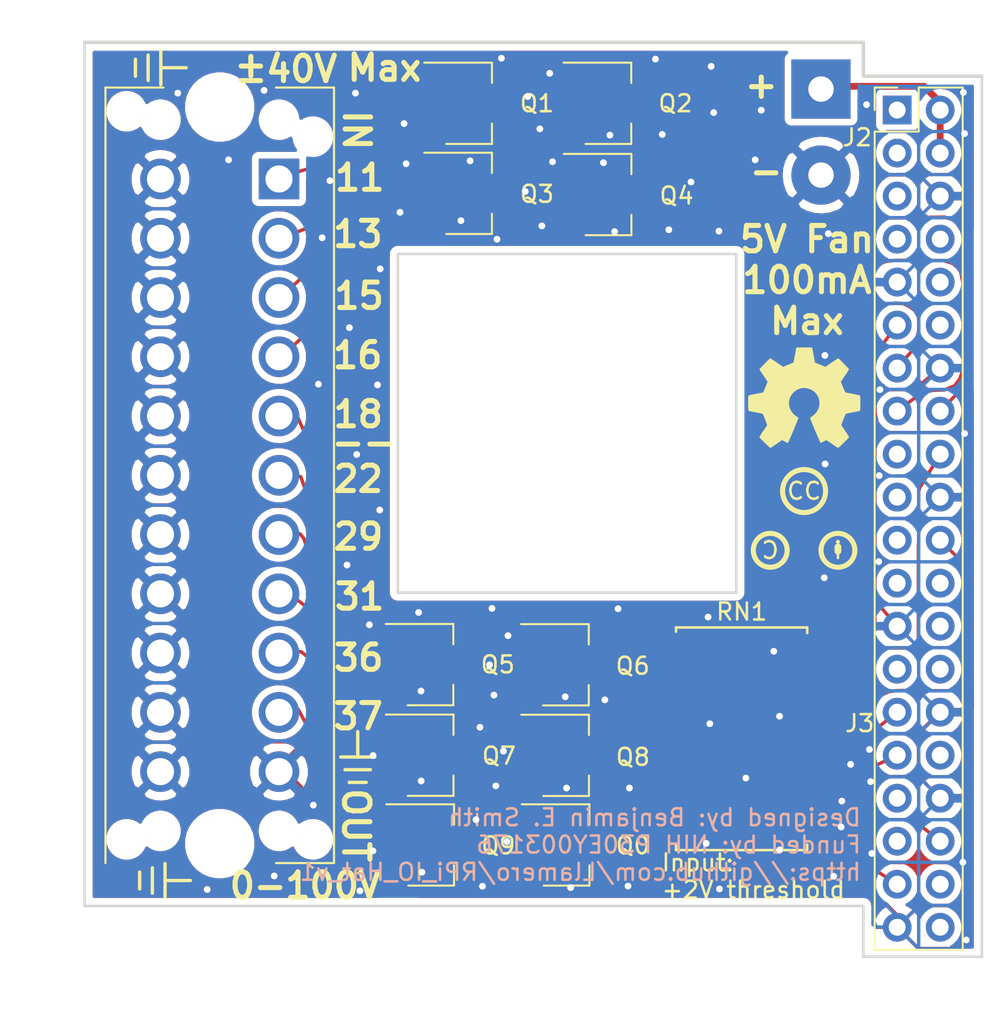
<source format=kicad_pcb>
(kicad_pcb (version 20170922) (host pcbnew "(2017-11-06 revision 9df4ae65e)-makepkg")
  (layers (0 F.Cu signal) (31 B.Cu signal) (34 B.Paste user) (35 F.Paste user) (36 B.SilkS user) (37 F.SilkS user) (38 B.Mask user) (39 F.Mask user) (44 Edge.Cuts user))
  (net 0 "")
  (net 1 "Net-(Q1-Pad2)")
  (net 2 GND)
  (net 3 "Net-(Q2-Pad2)")
  (net 4 "Net-(J1-Pad10)")
  (net 5 "Net-(Q3-Pad2)")
  (net 6 "Net-(J1-Pad9)")
  (net 7 "Net-(Q4-Pad2)")
  (net 8 "Net-(J1-Pad8)")
  (net 9 "Net-(Q5-Pad2)")
  (net 10 "Net-(J1-Pad7)")
  (net 11 "Net-(J1-Pad6)")
  (net 12 "Net-(Q6-Pad1)")
  (net 13 "Net-(J1-Pad5)")
  (net 14 "Net-(Q7-Pad1)")
  (net 15 "Net-(J1-Pad4)")
  (net 16 "Net-(Q8-Pad1)")
  (net 17 "Net-(J1-Pad3)")
  (net 18 "Net-(Q9-Pad1)")
  (net 19 "Net-(J1-Pad2)")
  (net 20 /40)
  (net 21 /38)
  (net 22 /37)
  (net 23 /36)
  (net 24 /35)
  (net 25 /33)
  (net 26 /32)
  (net 27 /31)
  (net 28 /29)
  (net 29 /28)
  (net 30 /27)
  (net 31 /26)
  (net 32 /24)
  (net 33 /23)
  (net 34 /22)
  (net 35 /21)
  (net 36 /19)
  (net 37 /18)
  (net 38 3v3)
  (net 39 /16)
  (net 40 /15)
  (net 41 /13)
  (net 42 /12)
  (net 43 /11)
  (net 44 /10)
  (net 45 /8)
  (net 46 /7)
  (net 47 /5)
  (net 48 5V)
  (net 49 /3)
  (net 50 "Net-(J1-Pad1)")
  (net 51 "Net-(Q0-Pad1)")
  (module Ben_Custom:PHOENIX_1848736-11x2_terminal_block (layer F.Cu) (at 159.98 74.57 270)
    (fp_text reference J1)
    (fp_text value Conn_02x11_Top_Bottom)
    (pad 1 thru_hole rect (at -17.5 -3.5 180) (size 2.4 2.4) (drill 1.6) (layers *.Cu *.Mask) (net 50 "Net-(J1-Pad1)"))
    (pad 2 thru_hole circle (at -14 -3.5 180) (size 2.4 2.4) (drill 1.6) (layers *.Cu *.Mask) (net 19 "Net-(J1-Pad2)"))
    (pad 3 thru_hole circle (at -10.5 -3.5 180) (size 2.4 2.4) (drill 1.6) (layers *.Cu *.Mask) (net 17 "Net-(J1-Pad3)"))
    (pad 4 thru_hole circle (at -7 -3.5 180) (size 2.4 2.4) (drill 1.6) (layers *.Cu *.Mask) (net 15 "Net-(J1-Pad4)"))
    (pad 5 thru_hole circle (at -3.5 -3.5 180) (size 2.4 2.4) (drill 1.6) (layers *.Cu *.Mask) (net 13 "Net-(J1-Pad5)"))
    (pad 6 thru_hole circle (at 0 -3.5 180) (size 2.4 2.4) (drill 1.6) (layers *.Cu *.Mask) (net 11 "Net-(J1-Pad6)"))
    (pad 7 thru_hole circle (at 3.5 -3.5 180) (size 2.4 2.4) (drill 1.6) (layers *.Cu *.Mask) (net 10 "Net-(J1-Pad7)"))
    (pad 8 thru_hole circle (at 7 -3.5 180) (size 2.4 2.4) (drill 1.6) (layers *.Cu *.Mask) (net 8 "Net-(J1-Pad8)"))
    (pad 9 thru_hole circle (at 10.5 -3.5 180) (size 2.4 2.4) (drill 1.6) (layers *.Cu *.Mask) (net 6 "Net-(J1-Pad9)"))
    (pad 10 thru_hole circle (at 14 -3.5 180) (size 2.4 2.4) (drill 1.6) (layers *.Cu *.Mask) (net 4 "Net-(J1-Pad10)"))
    (pad 11 thru_hole circle (at 17.5 -3.5 180) (size 2.4 2.4) (drill 1.6) (layers *.Cu *.Mask) (net 2 GND))
    (pad 12 thru_hole circle (at -17.5 3.5 180) (size 2.4 2.4) (drill 1.6) (layers *.Cu *.Mask) (net 2 GND))
    (pad 13 thru_hole circle (at -14 3.5 180) (size 2.4 2.4) (drill 1.6) (layers *.Cu *.Mask) (net 2 GND))
    (pad 14 thru_hole circle (at -10.5 3.5 180) (size 2.4 2.4) (drill 1.6) (layers *.Cu *.Mask) (net 2 GND))
    (pad 15 thru_hole circle (at -7 3.5 180) (size 2.4 2.4) (drill 1.6) (layers *.Cu *.Mask) (net 2 GND))
    (pad 16 thru_hole circle (at -3.5 3.5 180) (size 2.4 2.4) (drill 1.6) (layers *.Cu *.Mask) (net 2 GND))
    (pad 17 thru_hole circle (at 0 3.5 180) (size 2.4 2.4) (drill 1.6) (layers *.Cu *.Mask) (net 2 GND))
    (pad 18 thru_hole circle (at 3.5 3.5 180) (size 2.4 2.4) (drill 1.6) (layers *.Cu *.Mask) (net 2 GND))
    (pad 19 thru_hole circle (at 7 3.5 180) (size 2.4 2.4) (drill 1.6) (layers *.Cu *.Mask) (net 2 GND))
    (pad 20 thru_hole circle (at 10.5 3.5 180) (size 2.4 2.4) (drill 1.6) (layers *.Cu *.Mask) (net 2 GND))
    (pad 21 thru_hole circle (at 14 3.5 180) (size 2.4 2.4) (drill 1.6) (layers *.Cu *.Mask) (net 2 GND))
    (pad 22 thru_hole circle (at 17.5 3.5 180) (size 2.4 2.4) (drill 1.6) (layers *.Cu *.Mask) (net 2 GND))
    (pad Hole np_thru_hole circle (at -20 -5.5 270) (size 1.6 1.6) (drill 1.6) (layers *.Cu *.Mask F.SilkS))
    (pad Hole np_thru_hole circle (at -21.5 5.5 270) (size 1.6 1.6) (drill 1.6) (layers *.Cu *.Mask F.SilkS))
    (pad Hole np_thru_hole circle (at 21.5 5.5 270) (size 1.6 1.6) (drill 1.6) (layers *.Cu *.Mask F.SilkS))
    (pad Hole np_thru_hole circle (at 21.5 -5.5 270) (size 1.6 1.6) (drill 1.6) (layers *.Cu *.Mask F.SilkS))
    (pad Hole np_thru_hole circle (at -21.75 0 270) (size 3.3 3.3) (drill 3.3) (layers *.Cu *.Mask F.SilkS))
    (pad Hole np_thru_hole circle (at 21.75 0 270) (size 3.3 3.3) (drill 3.3) (layers *.Cu *.Mask F.SilkS))
    (pad Hole np_thru_hole circle (at -21 -3.5 270) (size 1.6 1.6) (drill 1.6) (layers *.Cu *.Mask F.SilkS))
    (pad Hole np_thru_hole circle (at -21 3.5 270) (size 1.6 1.6) (drill 1.6) (layers *.Cu *.Mask F.SilkS))
    (pad Hole np_thru_hole circle (at 21 3.5 270) (size 1.6 1.6) (drill 1.6) (layers *.Cu *.Mask F.SilkS))
    (pad Hole np_thru_hole circle (at 21 -3.5 270) (size 1.6 1.6) (drill 1.6) (layers *.Cu *.Mask F.SilkS))
  )
  (module Ben_Custom:Pi_Stackable_Socket_Straight_2x20_Pitch2.54mm (layer F.Cu) (at 200 53)
    (fp_text reference J3 (at -2.21 36.22) (layer F.SilkS))
    (fp_text value Conn_02x20_Odd_Even)
    (pad 40 thru_hole oval (at 2.54 48.26) (size 1.7 1.7) (drill 1) (layers *.Cu *.Mask) (net 20 /40))
    (pad 39 thru_hole oval (at 0 48.26) (size 1.7 1.7) (drill 1) (layers *.Cu *.Mask) (net 2 GND))
    (pad 38 thru_hole oval (at 2.54 45.72) (size 1.7 1.7) (drill 1) (layers *.Cu *.Mask) (net 21 /38))
    (pad 37 thru_hole oval (at 0 45.72) (size 1.7 1.7) (drill 1) (layers *.Cu *.Mask) (net 22 /37))
    (pad 36 thru_hole oval (at 2.54 43.18) (size 1.7 1.7) (drill 1) (layers *.Cu *.Mask) (net 23 /36))
    (pad 35 thru_hole oval (at 0 43.18) (size 1.7 1.7) (drill 1) (layers *.Cu *.Mask) (net 24 /35))
    (pad 34 thru_hole oval (at 2.54 40.64) (size 1.7 1.7) (drill 1) (layers *.Cu *.Mask) (net 2 GND))
    (pad 33 thru_hole oval (at 0 40.64) (size 1.7 1.7) (drill 1) (layers *.Cu *.Mask) (net 25 /33))
    (pad 32 thru_hole oval (at 2.54 38.1) (size 1.7 1.7) (drill 1) (layers *.Cu *.Mask) (net 26 /32))
    (pad 31 thru_hole oval (at 0 38.1) (size 1.7 1.7) (drill 1) (layers *.Cu *.Mask) (net 27 /31))
    (pad 30 thru_hole oval (at 2.54 35.56) (size 1.7 1.7) (drill 1) (layers *.Cu *.Mask) (net 2 GND))
    (pad 29 thru_hole oval (at 0 35.56) (size 1.7 1.7) (drill 1) (layers *.Cu *.Mask) (net 28 /29))
    (pad 28 thru_hole oval (at 2.54 33.02) (size 1.7 1.7) (drill 1) (layers *.Cu *.Mask) (net 29 /28))
    (pad 27 thru_hole oval (at 0 33.02) (size 1.7 1.7) (drill 1) (layers *.Cu *.Mask) (net 30 /27))
    (pad 26 thru_hole oval (at 2.54 30.48) (size 1.7 1.7) (drill 1) (layers *.Cu *.Mask) (net 31 /26))
    (pad 25 thru_hole oval (at 0 30.48) (size 1.7 1.7) (drill 1) (layers *.Cu *.Mask) (net 2 GND))
    (pad 24 thru_hole oval (at 2.54 27.94) (size 1.7 1.7) (drill 1) (layers *.Cu *.Mask) (net 32 /24))
    (pad 23 thru_hole oval (at 0 27.94) (size 1.7 1.7) (drill 1) (layers *.Cu *.Mask) (net 33 /23))
    (pad 22 thru_hole oval (at 2.54 25.4) (size 1.7 1.7) (drill 1) (layers *.Cu *.Mask) (net 34 /22))
    (pad 21 thru_hole oval (at 0 25.4) (size 1.7 1.7) (drill 1) (layers *.Cu *.Mask) (net 35 /21))
    (pad 20 thru_hole oval (at 2.54 22.86) (size 1.7 1.7) (drill 1) (layers *.Cu *.Mask) (net 2 GND))
    (pad 19 thru_hole oval (at 0 22.86) (size 1.7 1.7) (drill 1) (layers *.Cu *.Mask) (net 36 /19))
    (pad 18 thru_hole oval (at 2.54 20.32) (size 1.7 1.7) (drill 1) (layers *.Cu *.Mask) (net 37 /18))
    (pad 17 thru_hole oval (at 0 20.32) (size 1.7 1.7) (drill 1) (layers *.Cu *.Mask) (net 38 3v3))
    (pad 16 thru_hole oval (at 2.54 17.78) (size 1.7 1.7) (drill 1) (layers *.Cu *.Mask) (net 39 /16))
    (pad 15 thru_hole oval (at 0 17.78) (size 1.7 1.7) (drill 1) (layers *.Cu *.Mask) (net 40 /15))
    (pad 14 thru_hole oval (at 2.54 15.24) (size 1.7 1.7) (drill 1) (layers *.Cu *.Mask) (net 2 GND))
    (pad 13 thru_hole oval (at 0 15.24) (size 1.7 1.7) (drill 1) (layers *.Cu *.Mask) (net 41 /13))
    (pad 12 thru_hole oval (at 2.54 12.7) (size 1.7 1.7) (drill 1) (layers *.Cu *.Mask) (net 42 /12))
    (pad 11 thru_hole oval (at 0 12.7) (size 1.7 1.7) (drill 1) (layers *.Cu *.Mask) (net 43 /11))
    (pad 10 thru_hole oval (at 2.54 10.16) (size 1.7 1.7) (drill 1) (layers *.Cu *.Mask) (net 44 /10))
    (pad 9 thru_hole oval (at 0 10.16) (size 1.7 1.7) (drill 1) (layers *.Cu *.Mask) (net 2 GND))
    (pad 8 thru_hole oval (at 2.54 7.62) (size 1.7 1.7) (drill 1) (layers *.Cu *.Mask) (net 45 /8))
    (pad 7 thru_hole oval (at 0 7.62) (size 1.7 1.7) (drill 1) (layers *.Cu *.Mask) (net 46 /7))
    (pad 6 thru_hole oval (at 2.54 5.08) (size 1.7 1.7) (drill 1) (layers *.Cu *.Mask) (net 2 GND))
    (pad 5 thru_hole oval (at 0 5.08) (size 1.7 1.7) (drill 1) (layers *.Cu *.Mask) (net 47 /5))
    (pad 4 thru_hole oval (at 2.54 2.54) (size 1.7 1.7) (drill 1) (layers *.Cu *.Mask) (net 48 5V))
    (pad 3 thru_hole oval (at 0 2.54) (size 1.7 1.7) (drill 1) (layers *.Cu *.Mask) (net 49 /3))
    (pad 2 thru_hole oval (at 2.54 0) (size 1.7 1.7) (drill 1) (layers *.Cu *.Mask) (net 48 5V))
    (pad 1 thru_hole rect (at 0 0) (size 1.7 1.7) (drill 1) (layers *.Cu *.Mask) (net 38 3v3))
  )
  (module Ben_Custom:CC_Attribution (layer F.Cu) (at 196.5 79)
    (fp_text reference J10)
    (fp_text value CC_Attribution)
    (fp_text user i (at 0 0) (layer F.SilkS))
  )
  (module Ben_Custom:CC_Share_alike (layer F.Cu) (at 192.5 79)
    (fp_text reference J9)
    (fp_text value CC_Share_alike)
    (fp_text user Ɔ (at 0 0) (layer F.SilkS))
  )
  (module Ben_Custom:CC_silkscreen (layer F.Cu) (at 194.5 75.5)
    (fp_text reference J8)
    (fp_text value "CC logo")
    (fp_text user CC (at 0 0) (layer F.SilkS))
  )
  (module Symbols:OSHW-Symbol_6.7x6mm_SilkScreen (layer F.Cu) (at 194.5 70)
    (fp_text reference J7 hide)
    (fp_text value "OSHW logo" hide)
  )
  (module Ben_Custom:WV_19x19mm_heatsink (layer F.Cu) (at 180.5 71.5)
    (fp_text reference J4)
    (fp_text value Processor_Heatsink)
  )
  (module Ben_Custom:Bourns_4820P-1-102LF (layer F.Cu) (at 190.81 90.13)
    (fp_text reference RN1 (at 0 -7.5) (layer F.SilkS))
    (fp_text value R_Pack10)
    (pad 1 smd rect (at -4.04 -5.765) (size 1.95 0.6) (layers F.Cu F.Paste F.Mask) (net 7 "Net-(Q4-Pad2)"))
    (pad 2 smd rect (at -4.04 -4.495) (size 1.95 0.6) (layers F.Cu F.Paste F.Mask) (net 5 "Net-(Q3-Pad2)"))
    (pad 3 smd rect (at -4.04 -3.225) (size 1.95 0.6) (layers F.Cu F.Paste F.Mask) (net 3 "Net-(Q2-Pad2)"))
    (pad 4 smd rect (at -4.04 -1.955) (size 1.95 0.6) (layers F.Cu F.Paste F.Mask) (net 1 "Net-(Q1-Pad2)"))
    (pad 5 smd rect (at -4.04 -0.685) (size 1.95 0.6) (layers F.Cu F.Paste F.Mask) (net 9 "Net-(Q5-Pad2)"))
    (pad 6 smd rect (at -4.04 0.585) (size 1.95 0.6) (layers F.Cu F.Paste F.Mask) (net 12 "Net-(Q6-Pad1)"))
    (pad 7 smd rect (at -4.04 1.855) (size 1.95 0.6) (layers F.Cu F.Paste F.Mask) (net 14 "Net-(Q7-Pad1)"))
    (pad 8 smd rect (at -4.04 3.125) (size 1.95 0.6) (layers F.Cu F.Paste F.Mask) (net 16 "Net-(Q8-Pad1)"))
    (pad 9 smd rect (at -4.04 4.395) (size 1.95 0.6) (layers F.Cu F.Paste F.Mask) (net 18 "Net-(Q9-Pad1)"))
    (pad 10 smd rect (at -4.04 5.665) (size 1.95 0.6) (layers F.Cu F.Paste F.Mask) (net 51 "Net-(Q0-Pad1)"))
    (pad 11 smd rect (at 4.08 5.685) (size 1.95 0.6) (layers F.Cu F.Paste F.Mask) (net 22 /37))
    (pad 12 smd rect (at 4.08 4.415) (size 1.95 0.6) (layers F.Cu F.Paste F.Mask) (net 23 /36))
    (pad 13 smd rect (at 4.08 3.145) (size 1.95 0.6) (layers F.Cu F.Paste F.Mask) (net 27 /31))
    (pad 14 smd rect (at 4.08 1.875) (size 1.95 0.6) (layers F.Cu F.Paste F.Mask) (net 28 /29))
    (pad 15 smd rect (at 4.08 0.605) (size 1.95 0.6) (layers F.Cu F.Paste F.Mask) (net 34 /22))
    (pad 16 smd rect (at 4.08 -0.665) (size 1.95 0.6) (layers F.Cu F.Paste F.Mask) (net 37 /18))
    (pad 17 smd rect (at 4.08 -1.935) (size 1.95 0.6) (layers F.Cu F.Paste F.Mask) (net 43 /11))
    (pad 18 smd rect (at 4.08 -3.205) (size 1.95 0.6) (layers F.Cu F.Paste F.Mask) (net 41 /13))
    (pad 19 smd rect (at 4.08 -4.475) (size 1.95 0.6) (layers F.Cu F.Paste F.Mask) (net 40 /15))
    (pad 20 smd rect (at 4.08 -5.745) (size 1.95 0.6) (layers F.Cu F.Paste F.Mask) (net 39 /16))
  )
  (module TO_SOT_Packages_SMD:SOT-89-3 (layer F.Cu) (at 180.04 96.4)
    (fp_text reference Q0 (at 4.35 0.04) (layer F.SilkS))
    (fp_text value Q_NMOS_GDS)
    (pad 2 smd trapezoid (at -0.0762 0 90) (size 1.5 1) (rect_delta 0 0.7) (layers F.Cu F.Paste F.Mask) (net 4 "Net-(J1-Pad10)"))
    (pad 2 smd rect (at 1.3335 0 270) (size 2.2 1.84) (layers F.Cu F.Paste F.Mask) (net 4 "Net-(J1-Pad10)"))
    (pad 3 smd rect (at -1.48 1.5 270) (size 1 1.5) (layers F.Cu F.Paste F.Mask) (net 2 GND))
    (pad 2 smd rect (at -1.3335 0 270) (size 1 1.8) (layers F.Cu F.Paste F.Mask) (net 4 "Net-(J1-Pad10)"))
    (pad 1 smd rect (at -1.48 -1.5 270) (size 1 1.5) (layers F.Cu F.Paste F.Mask) (net 51 "Net-(Q0-Pad1)"))
    (pad 2 smd trapezoid (at 2.667 0 270) (size 1.6 0.85) (rect_delta 0 0.6) (layers F.Cu F.Paste F.Mask) (net 4 "Net-(J1-Pad10)"))
  )
  (module Ben_Custom:SolderWirePad_2x_1-5mmDrill (layer F.Cu) (at 195.5 54.3 270)
    (fp_text reference J2 (at 0.32 -2.14) (layer F.SilkS))
    (fp_text value Conn_01x02)
    (pad 2 thru_hole circle (at 2.54 0 270) (size 3.50012 3.50012) (drill 1.50114) (layers *.Cu *.Mask) (net 2 GND))
    (pad 1 thru_hole rect (at -2.54 0 270) (size 3.50012 3.50012) (drill 1.50114) (layers *.Cu *.Mask) (net 48 5V))
  )
  (module TO_SOT_Packages_SMD:SOT-89-3 (layer F.Cu) (at 172.04 96.4)
    (fp_text reference Q9 (at 4.4 0.04) (layer F.SilkS))
    (fp_text value Q_NMOS_GDS)
    (pad 2 smd trapezoid (at -0.0762 0 90) (size 1.5 1) (rect_delta 0 0.7) (layers F.Cu F.Paste F.Mask) (net 6 "Net-(J1-Pad9)"))
    (pad 2 smd rect (at 1.3335 0 270) (size 2.2 1.84) (layers F.Cu F.Paste F.Mask) (net 6 "Net-(J1-Pad9)"))
    (pad 3 smd rect (at -1.48 1.5 270) (size 1 1.5) (layers F.Cu F.Paste F.Mask) (net 2 GND))
    (pad 2 smd rect (at -1.3335 0 270) (size 1 1.8) (layers F.Cu F.Paste F.Mask) (net 6 "Net-(J1-Pad9)"))
    (pad 1 smd rect (at -1.48 -1.5 270) (size 1 1.5) (layers F.Cu F.Paste F.Mask) (net 18 "Net-(Q9-Pad1)"))
    (pad 2 smd trapezoid (at 2.667 0 270) (size 1.6 0.85) (rect_delta 0 0.6) (layers F.Cu F.Paste F.Mask) (net 6 "Net-(J1-Pad9)"))
  )
  (module TO_SOT_Packages_SMD:SOT-89-3 (layer F.Cu) (at 180.01 91.11)
    (fp_text reference Q8 (at 4.38 0.1) (layer F.SilkS))
    (fp_text value Q_NMOS_GDS)
    (pad 2 smd trapezoid (at 2.667 0 270) (size 1.6 0.85) (rect_delta 0 0.6) (layers F.Cu F.Paste F.Mask) (net 8 "Net-(J1-Pad8)"))
    (pad 1 smd rect (at -1.48 -1.5 270) (size 1 1.5) (layers F.Cu F.Paste F.Mask) (net 16 "Net-(Q8-Pad1)"))
    (pad 2 smd rect (at -1.3335 0 270) (size 1 1.8) (layers F.Cu F.Paste F.Mask) (net 8 "Net-(J1-Pad8)"))
    (pad 3 smd rect (at -1.48 1.5 270) (size 1 1.5) (layers F.Cu F.Paste F.Mask) (net 2 GND))
    (pad 2 smd rect (at 1.3335 0 270) (size 2.2 1.84) (layers F.Cu F.Paste F.Mask) (net 8 "Net-(J1-Pad8)"))
    (pad 2 smd trapezoid (at -0.0762 0 90) (size 1.5 1) (rect_delta 0 0.7) (layers F.Cu F.Paste F.Mask) (net 8 "Net-(J1-Pad8)"))
  )
  (module TO_SOT_Packages_SMD:SOT-89-3 (layer F.Cu) (at 172.01 91.1)
    (fp_text reference Q7 (at 4.47 0.04) (layer F.SilkS))
    (fp_text value Q_NMOS_GDS)
    (pad 2 smd trapezoid (at -0.0762 0 90) (size 1.5 1) (rect_delta 0 0.7) (layers F.Cu F.Paste F.Mask) (net 10 "Net-(J1-Pad7)"))
    (pad 2 smd rect (at 1.3335 0 270) (size 2.2 1.84) (layers F.Cu F.Paste F.Mask) (net 10 "Net-(J1-Pad7)"))
    (pad 3 smd rect (at -1.48 1.5 270) (size 1 1.5) (layers F.Cu F.Paste F.Mask) (net 2 GND))
    (pad 2 smd rect (at -1.3335 0 270) (size 1 1.8) (layers F.Cu F.Paste F.Mask) (net 10 "Net-(J1-Pad7)"))
    (pad 1 smd rect (at -1.48 -1.5 270) (size 1 1.5) (layers F.Cu F.Paste F.Mask) (net 14 "Net-(Q7-Pad1)"))
    (pad 2 smd trapezoid (at 2.667 0 270) (size 1.6 0.85) (rect_delta 0 0.6) (layers F.Cu F.Paste F.Mask) (net 10 "Net-(J1-Pad7)"))
  )
  (module TO_SOT_Packages_SMD:SOT-89-3 (layer F.Cu) (at 180 85.76)
    (fp_text reference Q6 (at 4.38 0.07) (layer F.SilkS))
    (fp_text value Q_NMOS_GDS)
    (pad 2 smd trapezoid (at 2.667 0 270) (size 1.6 0.85) (rect_delta 0 0.6) (layers F.Cu F.Paste F.Mask) (net 11 "Net-(J1-Pad6)"))
    (pad 1 smd rect (at -1.48 -1.5 270) (size 1 1.5) (layers F.Cu F.Paste F.Mask) (net 12 "Net-(Q6-Pad1)"))
    (pad 2 smd rect (at -1.3335 0 270) (size 1 1.8) (layers F.Cu F.Paste F.Mask) (net 11 "Net-(J1-Pad6)"))
    (pad 3 smd rect (at -1.48 1.5 270) (size 1 1.5) (layers F.Cu F.Paste F.Mask) (net 2 GND))
    (pad 2 smd rect (at 1.3335 0 270) (size 2.2 1.84) (layers F.Cu F.Paste F.Mask) (net 11 "Net-(J1-Pad6)"))
    (pad 2 smd trapezoid (at -0.0762 0 90) (size 1.5 1) (rect_delta 0 0.7) (layers F.Cu F.Paste F.Mask) (net 11 "Net-(J1-Pad6)"))
  )
  (module TO_SOT_Packages_SMD:SOT-89-3 (layer F.Cu) (at 172 85.75)
    (fp_text reference Q5 (at 4.41 0) (layer F.SilkS))
    (fp_text value Q_NMOS_GDS)
    (pad 2 smd trapezoid (at -0.0762 0 90) (size 1.5 1) (rect_delta 0 0.7) (layers F.Cu F.Paste F.Mask) (net 9 "Net-(Q5-Pad2)"))
    (pad 2 smd rect (at 1.3335 0 270) (size 2.2 1.84) (layers F.Cu F.Paste F.Mask) (net 9 "Net-(Q5-Pad2)"))
    (pad 3 smd rect (at -1.48 1.5 270) (size 1 1.5) (layers F.Cu F.Paste F.Mask) (net 2 GND))
    (pad 2 smd rect (at -1.3335 0 270) (size 1 1.8) (layers F.Cu F.Paste F.Mask) (net 9 "Net-(Q5-Pad2)"))
    (pad 1 smd rect (at -1.48 -1.5 270) (size 1 1.5) (layers F.Cu F.Paste F.Mask) (net 13 "Net-(J1-Pad5)"))
    (pad 2 smd trapezoid (at 2.667 0 270) (size 1.6 0.85) (rect_delta 0 0.6) (layers F.Cu F.Paste F.Mask) (net 9 "Net-(Q5-Pad2)"))
  )
  (module TO_SOT_Packages_SMD:SOT-89-3 (layer F.Cu) (at 182.52 57.99)
    (fp_text reference Q4 (at 4.45 0.07) (layer F.SilkS))
    (fp_text value Q_NMOS_GDS)
    (pad 2 smd trapezoid (at 2.667 0 270) (size 1.6 0.85) (rect_delta 0 0.6) (layers F.Cu F.Paste F.Mask) (net 7 "Net-(Q4-Pad2)"))
    (pad 1 smd rect (at -1.48 -1.5 270) (size 1 1.5) (layers F.Cu F.Paste F.Mask) (net 15 "Net-(J1-Pad4)"))
    (pad 2 smd rect (at -1.3335 0 270) (size 1 1.8) (layers F.Cu F.Paste F.Mask) (net 7 "Net-(Q4-Pad2)"))
    (pad 3 smd rect (at -1.48 1.5 270) (size 1 1.5) (layers F.Cu F.Paste F.Mask) (net 2 GND))
    (pad 2 smd rect (at 1.3335 0 270) (size 2.2 1.84) (layers F.Cu F.Paste F.Mask) (net 7 "Net-(Q4-Pad2)"))
    (pad 2 smd trapezoid (at -0.0762 0 90) (size 1.5 1) (rect_delta 0 0.7) (layers F.Cu F.Paste F.Mask) (net 7 "Net-(Q4-Pad2)"))
  )
  (module TO_SOT_Packages_SMD:SOT-89-3 (layer F.Cu) (at 174.28 57.92)
    (fp_text reference Q3 (at 4.44 0.04) (layer F.SilkS))
    (fp_text value Q_NMOS_GDS)
    (pad 2 smd trapezoid (at -0.0762 0 90) (size 1.5 1) (rect_delta 0 0.7) (layers F.Cu F.Paste F.Mask) (net 5 "Net-(Q3-Pad2)"))
    (pad 2 smd rect (at 1.3335 0 270) (size 2.2 1.84) (layers F.Cu F.Paste F.Mask) (net 5 "Net-(Q3-Pad2)"))
    (pad 3 smd rect (at -1.48 1.5 270) (size 1 1.5) (layers F.Cu F.Paste F.Mask) (net 2 GND))
    (pad 2 smd rect (at -1.3335 0 270) (size 1 1.8) (layers F.Cu F.Paste F.Mask) (net 5 "Net-(Q3-Pad2)"))
    (pad 1 smd rect (at -1.48 -1.5 270) (size 1 1.5) (layers F.Cu F.Paste F.Mask) (net 17 "Net-(J1-Pad3)"))
    (pad 2 smd trapezoid (at 2.667 0 270) (size 1.6 0.85) (rect_delta 0 0.6) (layers F.Cu F.Paste F.Mask) (net 5 "Net-(Q3-Pad2)"))
  )
  (module TO_SOT_Packages_SMD:SOT-89-3 (layer F.Cu) (at 182.51 52.6)
    (fp_text reference Q2 (at 4.39 0.01) (layer F.SilkS))
    (fp_text value Q_NMOS_GDS)
    (pad 2 smd trapezoid (at 2.667 0 270) (size 1.6 0.85) (rect_delta 0 0.6) (layers F.Cu F.Paste F.Mask) (net 3 "Net-(Q2-Pad2)"))
    (pad 1 smd rect (at -1.48 -1.5 270) (size 1 1.5) (layers F.Cu F.Paste F.Mask) (net 19 "Net-(J1-Pad2)"))
    (pad 2 smd rect (at -1.3335 0 270) (size 1 1.8) (layers F.Cu F.Paste F.Mask) (net 3 "Net-(Q2-Pad2)"))
    (pad 3 smd rect (at -1.48 1.5 270) (size 1 1.5) (layers F.Cu F.Paste F.Mask) (net 2 GND))
    (pad 2 smd rect (at 1.3335 0 270) (size 2.2 1.84) (layers F.Cu F.Paste F.Mask) (net 3 "Net-(Q2-Pad2)"))
    (pad 2 smd trapezoid (at -0.0762 0 90) (size 1.5 1) (rect_delta 0 0.7) (layers F.Cu F.Paste F.Mask) (net 3 "Net-(Q2-Pad2)"))
  )
  (module TO_SOT_Packages_SMD:SOT-89-3 (layer F.Cu) (at 174.2814 52.6)
    (fp_text reference Q1 (at 4.4386 0.01) (layer F.SilkS))
    (fp_text value Q_NMOS_GDS)
    (pad 2 smd trapezoid (at -0.0762 0 90) (size 1.5 1) (rect_delta 0 0.7) (layers F.Cu F.Paste F.Mask) (net 1 "Net-(Q1-Pad2)"))
    (pad 2 smd rect (at 1.3335 0 270) (size 2.2 1.84) (layers F.Cu F.Paste F.Mask) (net 1 "Net-(Q1-Pad2)"))
    (pad 3 smd rect (at -1.48 1.5 270) (size 1 1.5) (layers F.Cu F.Paste F.Mask) (net 2 GND))
    (pad 2 smd rect (at -1.3335 0 270) (size 1 1.8) (layers F.Cu F.Paste F.Mask) (net 1 "Net-(Q1-Pad2)"))
    (pad 1 smd rect (at -1.48 -1.5 270) (size 1 1.5) (layers F.Cu F.Paste F.Mask) (net 50 "Net-(J1-Pad1)"))
    (pad 2 smd trapezoid (at 2.667 0 270) (size 1.6 0.85) (rect_delta 0 0.6) (layers F.Cu F.Paste F.Mask) (net 1 "Net-(Q1-Pad2)"))
  )
  (gr_text Max (at 169.71 50.51) (layer F.SilkS) (effects (font (size 1.5 1.5) (thickness 0.3))))
  (gr_text "Input:\n+2V threshold " (at 186 98.25) (layer F.SilkS) (effects (font (size 1 1)) (justify left)))
  (gr_line (start 167.631816 92.705996) (end 168.631816 92.705996) (layer F.SilkS) (width 0.2))
  (gr_line (start 167.131816 91.205996) (end 169.131816 91.205996) (layer F.SilkS) (width 0.2))
  (gr_line (start 168.131816 91.205996) (end 168.131816 89.705996) (layer F.SilkS) (width 0.2))
  (gr_line (start 167.381816 91.955996) (end 168.881816 91.955996) (layer F.SilkS) (width 0.2))
  (gr_line (start 155 50) (end 155 51) (layer F.SilkS) (width 0.2))
  (gr_line (start 156.5 49.5) (end 156.5 51.5) (layer F.SilkS) (width 0.2))
  (gr_line (start 156.5 50.5) (end 158 50.5) (layer F.SilkS) (width 0.2))
  (gr_line (start 155.75 49.75) (end 155.75 51.25) (layer F.SilkS) (width 0.2))
  (gr_line (start 156.75 98.5) (end 158.25 98.5) (layer F.SilkS) (width 0.2))
  (gr_line (start 155.25 98) (end 155.25 99) (layer F.SilkS) (width 0.2))
  (gr_line (start 156 97.75) (end 156 99.25) (layer F.SilkS) (width 0.2))
  (gr_line (start 156.75 97.5) (end 156.75 99.5) (layer F.SilkS) (width 0.2))
  (gr_text "Designed by: Benjamin E. Smith\nFunded by: NIH P30EY003176\nhttps://github.com/Llamero/RPi_IO_Hat_v1" (at 197.95 96.39) (layer B.SilkS) (effects (font (size 1 1)) (justify left mirror)))
  (gr_text 0-100V (at 165.03 98.81) (layer F.SilkS) (effects (font (size 1.5 1.5) (thickness 0.3))))
  (gr_text ±40V (at 163.89 50.58) (layer F.SilkS) (effects (font (size 1.5 1.5) (thickness 0.3))))
  (gr_text - (at 192.26 56.6) (layer F.SilkS) (effects (font (size 1.5 1.5) (thickness 0.3))))
  (gr_text + (at 191.97 51.51) (layer F.SilkS) (effects (font (size 1.5 1.5) (thickness 0.3))))
  (gr_text "5V Fan\n100mA\nMax" (at 194.67 63.05) (layer F.SilkS) (effects (font (size 1.5 1.5) (thickness 0.3))))
  (gr_text OUT (at 168.03 95.24 270) (layer F.SilkS) (effects (font (size 1.5 1.5) (thickness 0.3))))
  (gr_text 37 (at 168.16 88.81) (layer F.SilkS) (effects (font (size 1.5 1.5) (thickness 0.3))))
  (gr_text 36 (at 168.19 85.35) (layer F.SilkS) (effects (font (size 1.5 1.5) (thickness 0.3))))
  (gr_text 31 (at 168.24 81.74) (layer F.SilkS) (effects (font (size 1.5 1.5) (thickness 0.3))))
  (gr_text 29 (at 168.17 78.2) (layer F.SilkS) (effects (font (size 1.5 1.5) (thickness 0.3))))
  (gr_text -- (at 168.49 72.62) (layer F.SilkS) (effects (font (size 1.5 1.5) (thickness 0.3))))
  (gr_text IN (at 168.07 54.19 270) (layer F.SilkS) (effects (font (size 1.5 1.5) (thickness 0.3))))
  (gr_text 22 (at 168.16 74.79) (layer F.SilkS) (effects (font (size 1.5 1.5) (thickness 0.3))))
  (gr_text 18 (at 168.16 70.97) (layer F.SilkS) (effects (font (size 1.5 1.5) (thickness 0.3))))
  (gr_text 16 (at 168.13 67.49) (layer F.SilkS) (effects (font (size 1.5 1.5) (thickness 0.3))))
  (gr_text 15 (at 168.21 63.98) (layer F.SilkS) (effects (font (size 1.5 1.5) (thickness 0.3))))
  (gr_text 13 (at 168.14 60.33) (layer F.SilkS) (effects (font (size 1.5 1.5) (thickness 0.3))))
  (gr_text 11 (at 168.25 57) (layer F.SilkS) (effects (font (size 1.5 1.5) (thickness 0.3))))
  (gr_line (start 198 103) (end 198 100) (layer Edge.Cuts) (width 0.15))
  (gr_line (start 198 49) (end 152 49) (layer Edge.Cuts) (width 0.2))
  (gr_line (start 198 49) (end 198 51) (layer Edge.Cuts) (width 0.2))
  (gr_line (start 205 51) (end 198 51) (layer Edge.Cuts) (width 0.2))
  (gr_line (start 198 100) (end 152 100) (layer Edge.Cuts) (width 0.15))
  (gr_line (start 152 100) (end 152 49) (layer Edge.Cuts) (width 0.15))
  (gr_line (start 205 103) (end 198 103) (layer Edge.Cuts) (width 0.15))
  (gr_line (start 205 51) (end 205 103) (layer Edge.Cuts) (width 0.15))
  (gr_line (start 190.5 81.5) (end 190.5 61.5) (layer Edge.Cuts) (width 0.15))
  (gr_line (start 170.5 81.5) (end 190.5 81.5) (layer Edge.Cuts) (width 0.15))
  (gr_line (start 170.5 61.5) (end 170.5 81.5) (layer Edge.Cuts) (width 0.15))
  (gr_line (start 190.5 61.5) (end 170.5 61.5) (layer Edge.Cuts) (width 0.15))
  (segment (start 176.9 52.57) (end 177.01 52.57) (width 0.2) (layer F.Cu) (net 1))
  (segment (start 175.73 52.57) (end 176.9 52.57) (width 0.2) (layer F.Cu) (net 1))
  (segment (start 175.71 52.59) (end 175.73 52.57) (width 0.2) (layer F.Cu) (net 1))
  (segment (start 175.22 52.59) (end 175.71 52.59) (width 0.2) (layer F.Cu) (net 1))
  (segment (start 174.7 52.59) (end 175.22 52.59) (width 0.2) (layer F.Cu) (net 1))
  (segment (start 173.48 52.59) (end 174.7 52.59) (width 0.2) (layer F.Cu) (net 1))
  (segment (start 173.47 52.6) (end 173.48 52.59) (width 0.2) (layer F.Cu) (net 1))
  (segment (start 172.9479 52.6) (end 173.47 52.6) (width 0.2) (layer F.Cu) (net 1))
  (segment (start 171.73 82.67) (end 170.36 82.37) (width 0.2) (layer F.Cu) (net 2))
  (via (at 171.73 82.67) (size 0.8) (drill 0.4) (layers F.Cu B.Cu) (net 2))
  (segment (start 169.71 80.21) (end 169.47 79.15) (width 0.2) (layer F.Cu) (net 2))
  (segment (start 169.9 81.47) (end 169.71 80.21) (width 0.2) (layer F.Cu) (net 2))
  (segment (start 169.95 81.67) (end 169.9 81.47) (width 0.2) (layer F.Cu) (net 2))
  (segment (start 170.06 81.89) (end 169.95 81.67) (width 0.2) (layer F.Cu) (net 2))
  (segment (start 170.36 82.37) (end 170.06 81.89) (width 0.2) (layer F.Cu) (net 2))
  (segment (start 153.89 91.02) (end 153.89 92.69) (width 0.2) (layer B.Cu) (net 2))
  (segment (start 154.58 90.33) (end 153.89 91.02) (width 0.2) (layer B.Cu) (net 2))
  (segment (start 157.79 90.33) (end 154.58 90.33) (width 0.2) (layer B.Cu) (net 2))
  (segment (start 158.24 89.88) (end 157.79 90.33) (width 0.2) (layer B.Cu) (net 2))
  (segment (start 158.24 89.76) (end 158.24 89.88) (width 0.2) (layer B.Cu) (net 2))
  (segment (start 158.88 89.12) (end 158.24 89.76) (width 0.2) (layer B.Cu) (net 2))
  (segment (start 158.88 87.26) (end 158.88 89.12) (width 0.2) (layer B.Cu) (net 2))
  (segment (start 158.45 86.83) (end 158.88 87.26) (width 0.2) (layer B.Cu) (net 2))
  (segment (start 154.73 86.83) (end 158.45 86.83) (width 0.2) (layer B.Cu) (net 2))
  (segment (start 153.83 85.93) (end 154.73 86.83) (width 0.2) (layer B.Cu) (net 2))
  (segment (start 153.83 83.81) (end 153.83 85.93) (width 0.2) (layer B.Cu) (net 2))
  (segment (start 154.32 83.32) (end 153.83 83.81) (width 0.2) (layer B.Cu) (net 2))
  (segment (start 158.53 83.32) (end 154.32 83.32) (width 0.2) (layer B.Cu) (net 2))
  (segment (start 159.28 82.57) (end 158.53 83.32) (width 0.2) (layer B.Cu) (net 2))
  (segment (start 159.28 80.7) (end 159.28 82.57) (width 0.2) (layer B.Cu) (net 2))
  (segment (start 158.41 79.83) (end 159.28 80.7) (width 0.2) (layer B.Cu) (net 2))
  (segment (start 154.55 79.83) (end 158.41 79.83) (width 0.2) (layer B.Cu) (net 2))
  (segment (start 153.94 79.22) (end 154.55 79.83) (width 0.2) (layer B.Cu) (net 2))
  (segment (start 153.94 76.74) (end 153.94 79.22) (width 0.2) (layer B.Cu) (net 2))
  (segment (start 154.35 76.33) (end 153.94 76.74) (width 0.2) (layer B.Cu) (net 2))
  (segment (start 155.18 76.33) (end 154.35 76.33) (width 0.2) (layer B.Cu) (net 2))
  (segment (start 157.94 76.33) (end 155.18 76.33) (width 0.2) (layer B.Cu) (net 2))
  (segment (start 158.9 75.37) (end 157.94 76.33) (width 0.2) (layer B.Cu) (net 2))
  (segment (start 158.9 73.36) (end 158.9 75.37) (width 0.2) (layer B.Cu) (net 2))
  (segment (start 158.39 72.85) (end 158.9 73.36) (width 0.2) (layer B.Cu) (net 2))
  (segment (start 155.03 72.85) (end 158.39 72.85) (width 0.2) (layer B.Cu) (net 2))
  (segment (start 154.22 72.04) (end 155.03 72.85) (width 0.2) (layer B.Cu) (net 2))
  (segment (start 154.22 70) (end 154.22 72.04) (width 0.2) (layer B.Cu) (net 2))
  (segment (start 154.89 69.33) (end 154.22 70) (width 0.2) (layer B.Cu) (net 2))
  (segment (start 158.2 69.33) (end 154.89 69.33) (width 0.2) (layer B.Cu) (net 2))
  (segment (start 159.15 68.38) (end 158.2 69.33) (width 0.2) (layer B.Cu) (net 2))
  (segment (start 159.15 66.7) (end 159.15 68.38) (width 0.2) (layer B.Cu) (net 2))
  (segment (start 158.27 65.82) (end 159.15 66.7) (width 0.2) (layer B.Cu) (net 2))
  (segment (start 155.37 65.82) (end 158.27 65.82) (width 0.2) (layer B.Cu) (net 2))
  (segment (start 154.32 64.77) (end 155.37 65.82) (width 0.2) (layer B.Cu) (net 2))
  (segment (start 154.32 63.78) (end 154.32 64.77) (width 0.2) (layer B.Cu) (net 2))
  (segment (start 154.69 63.41) (end 154.32 63.78) (width 0.2) (layer B.Cu) (net 2))
  (segment (start 154.69 62.92) (end 154.69 63.41) (width 0.2) (layer B.Cu) (net 2))
  (segment (start 155.28 62.33) (end 154.69 62.92) (width 0.2) (layer B.Cu) (net 2))
  (segment (start 157.69 62.33) (end 155.28 62.33) (width 0.2) (layer B.Cu) (net 2))
  (segment (start 158.53 61.49) (end 157.69 62.33) (width 0.2) (layer B.Cu) (net 2))
  (segment (start 158.53 59.08) (end 158.53 61.49) (width 0.2) (layer B.Cu) (net 2))
  (segment (start 158.28 58.83) (end 158.53 59.08) (width 0.2) (layer B.Cu) (net 2))
  (segment (start 155.34 58.83) (end 158.28 58.83) (width 0.2) (layer B.Cu) (net 2))
  (segment (start 155.02 58.51) (end 155.34 58.83) (width 0.2) (layer B.Cu) (net 2))
  (segment (start 154.88 58.51) (end 155.02 58.51) (width 0.2) (layer B.Cu) (net 2))
  (segment (start 155.110001 58.279999) (end 154.88 58.51) (width 0.2) (layer B.Cu) (net 2))
  (segment (start 156.48 57.08) (end 155.280001 58.279999) (width 0.2) (layer B.Cu) (net 2))
  (segment (start 155.280001 58.279999) (end 155.110001 58.279999) (width 0.2) (layer B.Cu) (net 2))
  (segment (start 154.84 90.33) (end 154.43 90.74) (width 0.2) (layer F.Cu) (net 2))
  (segment (start 157.93 90.33) (end 154.84 90.33) (width 0.2) (layer F.Cu) (net 2))
  (segment (start 159.17 89.09) (end 157.93 90.33) (width 0.2) (layer F.Cu) (net 2))
  (segment (start 159.17 87.96) (end 159.17 89.09) (width 0.2) (layer F.Cu) (net 2))
  (segment (start 158.04 86.83) (end 159.17 87.96) (width 0.2) (layer F.Cu) (net 2))
  (segment (start 155.18 86.83) (end 158.04 86.83) (width 0.2) (layer F.Cu) (net 2))
  (segment (start 154.32 85.97) (end 155.18 86.83) (width 0.2) (layer F.Cu) (net 2))
  (segment (start 154.32 83.8) (end 154.32 85.97) (width 0.2) (layer F.Cu) (net 2))
  (segment (start 154.8 83.32) (end 154.32 83.8) (width 0.2) (layer F.Cu) (net 2))
  (segment (start 158.25 83.32) (end 154.8 83.32) (width 0.2) (layer F.Cu) (net 2))
  (segment (start 158.88 82.69) (end 158.25 83.32) (width 0.2) (layer F.Cu) (net 2))
  (segment (start 158.88 80.53) (end 158.88 82.69) (width 0.2) (layer F.Cu) (net 2))
  (segment (start 158.18 79.83) (end 158.88 80.53) (width 0.2) (layer F.Cu) (net 2))
  (segment (start 155.01 79.83) (end 158.18 79.83) (width 0.2) (layer F.Cu) (net 2))
  (segment (start 154.12 78.94) (end 155.01 79.83) (width 0.2) (layer F.Cu) (net 2))
  (segment (start 154.12 77.08) (end 154.12 78.94) (width 0.2) (layer F.Cu) (net 2))
  (segment (start 154.87 76.33) (end 154.12 77.08) (width 0.2) (layer F.Cu) (net 2))
  (segment (start 158.09 76.33) (end 154.87 76.33) (width 0.2) (layer F.Cu) (net 2))
  (segment (start 158.77 75.65) (end 158.09 76.33) (width 0.2) (layer F.Cu) (net 2))
  (segment (start 158.77 73.06) (end 158.77 75.65) (width 0.2) (layer F.Cu) (net 2))
  (segment (start 158.56 72.85) (end 158.77 73.06) (width 0.2) (layer F.Cu) (net 2))
  (segment (start 155.04 72.85) (end 158.56 72.85) (width 0.2) (layer F.Cu) (net 2))
  (segment (start 154.07 71.88) (end 155.04 72.85) (width 0.2) (layer F.Cu) (net 2))
  (segment (start 154.07 69.68) (end 154.07 71.88) (width 0.2) (layer F.Cu) (net 2))
  (segment (start 154.42 69.33) (end 154.07 69.68) (width 0.2) (layer F.Cu) (net 2))
  (segment (start 158.08 69.33) (end 154.42 69.33) (width 0.2) (layer F.Cu) (net 2))
  (segment (start 158.55 68.86) (end 158.08 69.33) (width 0.2) (layer F.Cu) (net 2))
  (segment (start 158.55 65.88) (end 158.55 68.86) (width 0.2) (layer F.Cu) (net 2))
  (segment (start 158.61 65.82) (end 158.55 65.88) (width 0.2) (layer F.Cu) (net 2))
  (segment (start 155 65.82) (end 158.61 65.82) (width 0.2) (layer F.Cu) (net 2))
  (segment (start 154.25 65.07) (end 155 65.82) (width 0.2) (layer F.Cu) (net 2))
  (segment (start 154.25 62.85) (end 154.25 65.07) (width 0.2) (layer F.Cu) (net 2))
  (segment (start 154.77 62.33) (end 154.25 62.85) (width 0.2) (layer F.Cu) (net 2))
  (segment (start 158.14 62.33) (end 154.77 62.33) (width 0.2) (layer F.Cu) (net 2))
  (segment (start 158.79 61.68) (end 158.14 62.33) (width 0.2) (layer F.Cu) (net 2))
  (segment (start 158.79 59.66) (end 158.79 61.68) (width 0.2) (layer F.Cu) (net 2))
  (segment (start 157.96 58.83) (end 158.79 59.66) (width 0.2) (layer F.Cu) (net 2))
  (segment (start 155.64 58.83) (end 157.96 58.83) (width 0.2) (layer F.Cu) (net 2))
  (segment (start 155.199998 58.389998) (end 155.64 58.83) (width 0.2) (layer F.Cu) (net 2))
  (segment (start 155.16 58.389998) (end 155.199998 58.389998) (width 0.2) (layer F.Cu) (net 2))
  (segment (start 155.269999 58.279999) (end 155.16 58.389998) (width 0.2) (layer F.Cu) (net 2))
  (segment (start 156.48 57.08) (end 155.280001 58.279999) (width 0.2) (layer F.Cu) (net 2))
  (segment (start 155.280001 58.279999) (end 155.269999 58.279999) (width 0.2) (layer F.Cu) (net 2))
  (segment (start 159.5 72.78157) (end 158.73 72.78157) (width 0.2) (layer F.Cu) (net 2))
  (segment (start 158.73 72.78157) (end 158.28157 72.78157) (width 0.2) (layer F.Cu) (net 2))
  (segment (start 202.47 88.59) (end 202.65 88.59) (width 0.2) (layer F.Cu) (net 2))
  (segment (start 201.26 89.8) (end 202.47 88.59) (width 0.2) (layer F.Cu) (net 2))
  (segment (start 201.26 92.34) (end 201.26 89.8) (width 0.2) (layer F.Cu) (net 2))
  (segment (start 201.690001 92.770001) (end 201.26 92.34) (width 0.2) (layer F.Cu) (net 2))
  (segment (start 201.690001 92.790001) (end 201.690001 92.770001) (width 0.2) (layer F.Cu) (net 2))
  (segment (start 201.27 99.46) (end 201.27 97.41) (width 0.2) (layer F.Cu) (net 2))
  (segment (start 201.3 99.49) (end 201.27 99.46) (width 0.2) (layer F.Cu) (net 2))
  (segment (start 201.3 99.98) (end 201.3 99.49) (width 0.2) (layer F.Cu) (net 2))
  (segment (start 199.07 72.05) (end 198.99 71.97) (width 0.2) (layer F.Cu) (net 2))
  (segment (start 203.364315 72.05) (end 199.07 72.05) (width 0.2) (layer F.Cu) (net 2))
  (segment (start 203.98 72.1) (end 203.414315 72.1) (width 0.2) (layer F.Cu) (net 2))
  (segment (start 203.414315 72.1) (end 203.364315 72.05) (width 0.2) (layer F.Cu) (net 2))
  (segment (start 204.02 99.98) (end 204.12 99.88) (width 0.2) (layer F.Cu) (net 2))
  (segment (start 201.3 99.98) (end 204.02 99.98) (width 0.2) (layer F.Cu) (net 2))
  (segment (start 200.869999 100.410001) (end 201.3 99.98) (width 0.2) (layer F.Cu) (net 2))
  (segment (start 200 101.26) (end 200.849999 100.410001) (width 0.2) (layer F.Cu) (net 2))
  (segment (start 200.849999 100.410001) (end 200.869999 100.410001) (width 0.2) (layer F.Cu) (net 2))
  (segment (start 201.27 55.107998) (end 201.27 54.29) (width 0.2) (layer B.Cu) (net 2))
  (segment (start 201.27 102.53) (end 201.27 57.92) (width 0.2) (layer B.Cu) (net 2))
  (segment (start 201.27 57.92) (end 201.27 56.83) (width 0.2) (layer B.Cu) (net 2))
  (segment (start 201.27 57.92) (end 201.27 55.107998) (width 0.2) (layer B.Cu) (net 2))
  (segment (start 201.27 56.83) (end 201.23 56.79) (width 0.2) (layer B.Cu) (net 2))
  (segment (start 198.16 54.26) (end 198.17 54.26) (width 0.2) (layer B.Cu) (net 2))
  (segment (start 198.33 54.43) (end 198.16 54.26) (width 0.2) (layer B.Cu) (net 2))
  (segment (start 199.25 54.43) (end 198.33 54.43) (width 0.2) (layer B.Cu) (net 2))
  (segment (start 199.41 54.27) (end 199.25 54.43) (width 0.2) (layer B.Cu) (net 2))
  (segment (start 203.294315 54.27) (end 199.41 54.27) (width 0.2) (layer B.Cu) (net 2))
  (segment (start 203.98 54.39) (end 203.414315 54.39) (width 0.2) (layer B.Cu) (net 2))
  (segment (start 203.414315 54.39) (end 203.294315 54.27) (width 0.2) (layer B.Cu) (net 2))
  (segment (start 203.62 56.81) (end 203.67 56.76) (width 0.2) (layer B.Cu) (net 2))
  (segment (start 201.27 56.81) (end 199.97 56.81) (width 0.2) (layer B.Cu) (net 2))
  (segment (start 199.97 56.81) (end 198.69 56.81) (width 0.2) (layer B.Cu) (net 2))
  (segment (start 199.97 56.81) (end 203.62 56.81) (width 0.2) (layer B.Cu) (net 2))
  (segment (start 201.26 59.36) (end 199.95 59.36) (width 0.2) (layer B.Cu) (net 2))
  (segment (start 199.95 59.36) (end 196.83 59.36) (width 0.2) (layer B.Cu) (net 2))
  (segment (start 199.95 59.36) (end 203.72 59.36) (width 0.2) (layer B.Cu) (net 2))
  (segment (start 198.43 61.89) (end 198.4 61.92) (width 0.2) (layer B.Cu) (net 2))
  (segment (start 201.27 61.89) (end 198.43 61.89) (width 0.2) (layer B.Cu) (net 2))
  (segment (start 198.44 64.42) (end 198.38 64.48) (width 0.2) (layer B.Cu) (net 2))
  (segment (start 201.26 64.42) (end 201.73 64.42) (width 0.2) (layer B.Cu) (net 2))
  (segment (start 201.73 64.42) (end 203.89 64.42) (width 0.2) (layer B.Cu) (net 2))
  (segment (start 201.73 64.42) (end 198.44 64.42) (width 0.2) (layer B.Cu) (net 2))
  (segment (start 203.45 66.96) (end 203.49 66.92) (width 0.2) (layer B.Cu) (net 2))
  (segment (start 201.26 66.96) (end 199.88 66.96) (width 0.2) (layer B.Cu) (net 2))
  (segment (start 199.88 66.96) (end 196.45 66.96) (width 0.2) (layer B.Cu) (net 2))
  (segment (start 199.88 66.96) (end 203.45 66.96) (width 0.2) (layer B.Cu) (net 2))
  (segment (start 203.99 69.5) (end 204.02 69.47) (width 0.2) (layer B.Cu) (net 2))
  (segment (start 201.28 69.5) (end 200.13 69.5) (width 0.2) (layer B.Cu) (net 2))
  (segment (start 200.13 69.5) (end 197.66 69.5) (width 0.2) (layer B.Cu) (net 2))
  (segment (start 200.13 69.5) (end 203.99 69.5) (width 0.2) (layer B.Cu) (net 2))
  (segment (start 198.17 72.05) (end 197.89 72.33) (width 0.2) (layer B.Cu) (net 2))
  (segment (start 203.44 72.05) (end 198.17 72.05) (width 0.2) (layer B.Cu) (net 2))
  (segment (start 203.49 72.1) (end 203.44 72.05) (width 0.2) (layer B.Cu) (net 2))
  (segment (start 203.98 72.1) (end 203.49 72.1) (width 0.2) (layer B.Cu) (net 2))
  (segment (start 203.82 74.61) (end 203.95 74.48) (width 0.2) (layer B.Cu) (net 2))
  (segment (start 201.29 74.61) (end 199.94 74.61) (width 0.2) (layer B.Cu) (net 2))
  (segment (start 199.94 74.61) (end 198.94 74.61) (width 0.2) (layer B.Cu) (net 2))
  (segment (start 199.94 74.61) (end 203.82 74.61) (width 0.2) (layer B.Cu) (net 2))
  (segment (start 203.9 77.12) (end 203.96 77.06) (width 0.2) (layer B.Cu) (net 2))
  (segment (start 201.28 77.12) (end 199.84 77.12) (width 0.2) (layer B.Cu) (net 2))
  (segment (start 199.84 77.12) (end 198.92 77.12) (width 0.2) (layer B.Cu) (net 2))
  (segment (start 199.84 77.12) (end 203.9 77.12) (width 0.2) (layer B.Cu) (net 2))
  (segment (start 203.69 79.68) (end 203.76 79.61) (width 0.2) (layer B.Cu) (net 2))
  (segment (start 199.485685 79.68) (end 203.69 79.68) (width 0.2) (layer B.Cu) (net 2))
  (segment (start 198.91 79.67) (end 199.475685 79.67) (width 0.2) (layer B.Cu) (net 2))
  (segment (start 199.475685 79.67) (end 199.485685 79.68) (width 0.2) (layer B.Cu) (net 2))
  (segment (start 198.07 82.2) (end 198.05 82.18) (width 0.2) (layer B.Cu) (net 2))
  (segment (start 201.28 82.2) (end 203.08 82.2) (width 0.2) (layer B.Cu) (net 2))
  (segment (start 203.08 82.2) (end 204.18 82.2) (width 0.2) (layer B.Cu) (net 2))
  (segment (start 203.08 82.2) (end 198.07 82.2) (width 0.2) (layer B.Cu) (net 2))
  (segment (start 198.28 84.75) (end 198.25 84.72) (width 0.2) (layer B.Cu) (net 2))
  (segment (start 201.27 84.75) (end 198.28 84.75) (width 0.2) (layer B.Cu) (net 2))
  (segment (start 203.87 87.3) (end 203.91 87.34) (width 0.2) (layer B.Cu) (net 2))
  (segment (start 201.28 87.3) (end 200.15 87.3) (width 0.2) (layer B.Cu) (net 2))
  (segment (start 200.15 87.3) (end 194.93 87.3) (width 0.2) (layer B.Cu) (net 2))
  (segment (start 200.15 87.3) (end 203.87 87.3) (width 0.2) (layer B.Cu) (net 2))
  (segment (start 203.79 89.83) (end 203.81 89.85) (width 0.2) (layer B.Cu) (net 2))
  (segment (start 201.27 89.83) (end 199.93 89.83) (width 0.2) (layer B.Cu) (net 2))
  (segment (start 199.93 89.83) (end 193.25 89.83) (width 0.2) (layer B.Cu) (net 2))
  (segment (start 199.93 89.83) (end 203.79 89.83) (width 0.2) (layer B.Cu) (net 2))
  (segment (start 203.83 92.37) (end 203.84 92.38) (width 0.2) (layer B.Cu) (net 2))
  (segment (start 201.27 92.37) (end 199.86 92.37) (width 0.2) (layer B.Cu) (net 2))
  (segment (start 199.86 92.37) (end 191.07 92.37) (width 0.2) (layer B.Cu) (net 2))
  (segment (start 199.86 92.37) (end 203.83 92.37) (width 0.2) (layer B.Cu) (net 2))
  (segment (start 203.73 94.91) (end 203.79 94.85) (width 0.2) (layer B.Cu) (net 2))
  (segment (start 199.69 94.91) (end 200.23 94.91) (width 0.2) (layer B.Cu) (net 2))
  (segment (start 200.23 94.91) (end 201.02 94.91) (width 0.2) (layer B.Cu) (net 2))
  (segment (start 200.23 94.91) (end 203.73 94.91) (width 0.2) (layer B.Cu) (net 2))
  (segment (start 201.02 94.91) (end 201.08 94.97) (width 0.2) (layer B.Cu) (net 2))
  (segment (start 201.27 94.91) (end 199.69 94.91) (width 0.2) (layer B.Cu) (net 2))
  (segment (start 199.69 94.91) (end 192.77 94.91) (width 0.2) (layer B.Cu) (net 2))
  (segment (start 198.15 97.42) (end 198.06 97.33) (width 0.2) (layer B.Cu) (net 2))
  (segment (start 203.88 97.42) (end 198.15 97.42) (width 0.2) (layer B.Cu) (net 2))
  (segment (start 203.85 99.97) (end 203.99 99.83) (width 0.2) (layer B.Cu) (net 2))
  (segment (start 201.29 99.97) (end 203.85 99.97) (width 0.2) (layer B.Cu) (net 2))
  (segment (start 200 101.26) (end 201.29 99.97) (width 0.2) (layer B.Cu) (net 2))
  (segment (start 204.06 84.68) (end 204.05 84.68) (width 0.2) (layer B.Cu) (net 2))
  (segment (start 203.99 84.75) (end 204.06 84.68) (width 0.2) (layer B.Cu) (net 2))
  (segment (start 201.27 84.75) (end 203.99 84.75) (width 0.2) (layer B.Cu) (net 2))
  (segment (start 200 83.48) (end 201.27 84.75) (width 0.2) (layer B.Cu) (net 2))
  (segment (start 200 83.48) (end 201.28 82.2) (width 0.2) (layer B.Cu) (net 2))
  (segment (start 203.89 64.42) (end 204.04 64.27) (width 0.2) (layer B.Cu) (net 2))
  (segment (start 200 63.16) (end 201.26 64.42) (width 0.2) (layer B.Cu) (net 2))
  (segment (start 204.15 61.89) (end 204.16 61.9) (width 0.2) (layer B.Cu) (net 2))
  (segment (start 201.27 61.89) (end 204.15 61.89) (width 0.2) (layer B.Cu) (net 2))
  (segment (start 200 63.16) (end 201.27 61.89) (width 0.2) (layer B.Cu) (net 2))
  (segment (start 197.08 55.24) (end 195.44 56.88) (width 0.2) (layer F.Cu) (net 2))
  (segment (start 197.47 55.24) (end 197.08 55.24) (width 0.2) (layer F.Cu) (net 2))
  (segment (start 199.06 56.83) (end 197.47 55.24) (width 0.2) (layer F.Cu) (net 2))
  (segment (start 201.29 56.83) (end 199.06 56.83) (width 0.2) (layer F.Cu) (net 2))
  (segment (start 202.54 58.08) (end 201.29 56.83) (width 0.2) (layer F.Cu) (net 2))
  (segment (start 197.66 69.5) (end 195.63 67.47) (width 0.2) (layer B.Cu) (net 2))
  (segment (start 202.54 68.24) (end 201.28 69.5) (width 0.2) (layer B.Cu) (net 2))
  (segment (start 175.504315 60.92) (end 170.19 60.92) (width 0.2) (layer F.Cu) (net 2))
  (segment (start 176.36 60.63) (end 175.794315 60.63) (width 0.2) (layer F.Cu) (net 2))
  (segment (start 175.794315 60.63) (end 175.504315 60.92) (width 0.2) (layer F.Cu) (net 2))
  (segment (start 187.07 56.94) (end 184.72 56.15) (width 0.2) (layer F.Cu) (net 2))
  (via (at 187.82 57.25) (size 0.8) (drill 0.4) (layers F.Cu B.Cu) (net 2))
  (via (at 182.65 56.11) (size 0.8) (drill 0.4) (layers F.Cu B.Cu) (net 2))
  (segment (start 184.72 56.15) (end 182.65 56.11) (width 0.2) (layer F.Cu) (net 2))
  (segment (start 197.98 96.11) (end 196.69 95.34) (width 0.2) (layer F.Cu) (net 2))
  (segment (start 198.5 96.9) (end 197.84 95.76) (width 0.2) (layer F.Cu) (net 2))
  (via (at 198.5 96.9) (size 0.8) (drill 0.4) (layers F.Cu B.Cu) (net 2))
  (segment (start 196.69 95.34) (end 198.5 96.9) (width 0.2) (layer B.Cu) (net 2))
  (via (at 196.69 95.34) (size 0.8) (drill 0.4) (layers F.Cu B.Cu) (net 2))
  (segment (start 196.73 93.81) (end 198.43 92.66) (width 0.2) (layer B.Cu) (net 2))
  (via (at 196.73 93.81) (size 0.8) (drill 0.4) (layers F.Cu B.Cu) (net 2))
  (segment (start 197.7 93.26) (end 196.73 93.81) (width 0.2) (layer B.Cu) (net 2))
  (segment (start 198.43 92.66) (end 198.43 92.59) (width 0.2) (layer F.Cu) (net 2))
  (via (at 198.43 92.66) (size 0.8) (drill 0.4) (layers F.Cu B.Cu) (net 2))
  (segment (start 197.27 91.42) (end 198.36 90.76) (width 0.2) (layer F.Cu) (net 2))
  (via (at 197.25 91.64) (size 0.8) (drill 0.4) (layers F.Cu B.Cu) (net 2))
  (via (at 198.36 90.76) (size 0.8) (drill 0.4) (layers F.Cu B.Cu) (net 2))
  (segment (start 197.24 91.75) (end 197.27 91.42) (width 0.2) (layer F.Cu) (net 2))
  (segment (start 197.27 91.42) (end 197.25 91.64) (width 0.2) (layer F.Cu) (net 2))
  (segment (start 197.26 91.75) (end 197.24 91.75) (width 0.2) (layer F.Cu) (net 2))
  (segment (start 197.24 91.75) (end 197.14 91.75) (width 0.2) (layer F.Cu) (net 2))
  (segment (start 198.839999 90.170001) (end 197.26 91.75) (width 0.2) (layer F.Cu) (net 2))
  (segment (start 199.19 89.83) (end 198.849999 90.170001) (width 0.2) (layer F.Cu) (net 2))
  (segment (start 198.849999 90.170001) (end 198.839999 90.170001) (width 0.2) (layer F.Cu) (net 2))
  (segment (start 201.26 89.83) (end 199.19 89.83) (width 0.2) (layer F.Cu) (net 2))
  (segment (start 201.680001 89.409999) (end 201.26 89.83) (width 0.2) (layer F.Cu) (net 2))
  (segment (start 202.54 88.56) (end 201.690001 89.409999) (width 0.2) (layer F.Cu) (net 2))
  (segment (start 201.690001 89.409999) (end 201.680001 89.409999) (width 0.2) (layer F.Cu) (net 2))
  (segment (start 198.65 92.37) (end 198.43 92.59) (width 0.2) (layer F.Cu) (net 2))
  (segment (start 198.43 92.59) (end 197.38 93.64) (width 0.2) (layer F.Cu) (net 2))
  (segment (start 201.28 92.37) (end 198.65 92.37) (width 0.2) (layer F.Cu) (net 2))
  (segment (start 201.690001 92.780001) (end 201.28 92.37) (width 0.2) (layer F.Cu) (net 2))
  (segment (start 202.54 93.64) (end 201.690001 92.790001) (width 0.2) (layer F.Cu) (net 2))
  (segment (start 201.690001 92.790001) (end 201.690001 92.780001) (width 0.2) (layer F.Cu) (net 2))
  (segment (start 197.35 95.48) (end 196.77 95.48) (width 0.2) (layer F.Cu) (net 2))
  (segment (start 199.31 97.44) (end 197.98 96.11) (width 0.2) (layer F.Cu) (net 2))
  (segment (start 197.98 96.11) (end 197.35 95.48) (width 0.2) (layer F.Cu) (net 2))
  (segment (start 203.294315 97.44) (end 199.31 97.44) (width 0.2) (layer F.Cu) (net 2))
  (segment (start 203.88 97.42) (end 203.314315 97.42) (width 0.2) (layer F.Cu) (net 2))
  (segment (start 203.314315 97.42) (end 203.294315 97.44) (width 0.2) (layer F.Cu) (net 2))
  (segment (start 204.11 88.56) (end 202.42 88.56) (width 0.2) (layer F.Cu) (net 2))
  (segment (start 204.43 88.24) (end 204.11 88.56) (width 0.2) (layer F.Cu) (net 2))
  (segment (start 204.43 80.22) (end 204.43 88.24) (width 0.2) (layer F.Cu) (net 2))
  (segment (start 204.43 77.33) (end 204.43 80.22) (width 0.2) (layer F.Cu) (net 2))
  (segment (start 204.28001 77.18001) (end 204.43 77.33) (width 0.2) (layer F.Cu) (net 2))
  (segment (start 204.28001 76.16001) (end 204.28001 77.72) (width 0.2) (layer F.Cu) (net 2))
  (segment (start 204.28001 77.72) (end 204.28001 87.81001) (width 0.2) (layer F.Cu) (net 2))
  (segment (start 204.28001 77.72) (end 204.28001 77.18001) (width 0.2) (layer F.Cu) (net 2))
  (segment (start 203.93 88.56) (end 202.46 88.56) (width 0.2) (layer F.Cu) (net 2))
  (segment (start 204.09 88.4) (end 203.93 88.56) (width 0.2) (layer F.Cu) (net 2))
  (segment (start 204.09 88.00002) (end 204.09 88.4) (width 0.2) (layer F.Cu) (net 2))
  (segment (start 204.28001 87.81001) (end 204.09 88.00002) (width 0.2) (layer F.Cu) (net 2))
  (segment (start 204.1 75.98) (end 204.28001 76.16001) (width 0.2) (layer F.Cu) (net 2))
  (segment (start 203.862081 75.98) (end 204.1 75.98) (width 0.2) (layer F.Cu) (net 2))
  (segment (start 202.54 75.86) (end 203.742081 75.86) (width 0.2) (layer F.Cu) (net 2))
  (segment (start 203.742081 75.86) (end 203.862081 75.98) (width 0.2) (layer F.Cu) (net 2))
  (segment (start 198.889473 69.56) (end 198.9 69.56) (width 0.2) (layer F.Cu) (net 2))
  (segment (start 198.676963 69.77254) (end 198.676963 69.77251) (width 0.2) (layer F.Cu) (net 2))
  (segment (start 198.676963 69.77251) (end 198.889473 69.56) (width 0.2) (layer F.Cu) (net 2))
  (segment (start 198.546489 83.48) (end 198.546489 83.47996) (width 0.2) (layer F.Cu) (net 2))
  (segment (start 198.546489 83.47996) (end 198.676963 69.77254) (width 0.2) (layer F.Cu) (net 2))
  (segment (start 198.679457 83.347282) (end 198.546487 83.480251) (width 0.2) (layer F.Cu) (net 2))
  (segment (start 198.68 69.51) (end 198.679457 69.510543) (width 0.2) (layer F.Cu) (net 2))
  (segment (start 198.98 69.51) (end 198.68 69.51) (width 0.2) (layer F.Cu) (net 2))
  (segment (start 198.679457 69.510543) (end 198.679457 83.347282) (width 0.2) (layer F.Cu) (net 2))
  (segment (start 200 83.48) (end 198.91 82.22) (width 0.2) (layer F.Cu) (net 2))
  (segment (start 198.91 82.22) (end 198.92 82.2) (width 0.2) (layer F.Cu) (net 2))
  (segment (start 198.91 79.67) (end 198.72 80.5) (width 0.2) (layer F.Cu) (net 2))
  (segment (start 198.72 80.5) (end 198.6 80.97) (width 0.2) (layer F.Cu) (net 2))
  (segment (start 198.6 80.97) (end 198.8 81.82) (width 0.2) (layer F.Cu) (net 2))
  (segment (start 198.8 81.82) (end 198.92 82.2) (width 0.2) (layer F.Cu) (net 2))
  (segment (start 198.97 76.935) (end 198.69 77.95) (width 0.2) (layer F.Cu) (net 2))
  (via (at 198.91 79.67) (size 0.8) (drill 0.4) (layers F.Cu B.Cu) (net 2))
  (segment (start 198.93 79.66) (end 198.91 79.67) (width 0.2) (layer F.Cu) (net 2))
  (segment (start 198.73 78.95) (end 198.93 79.66) (width 0.2) (layer F.Cu) (net 2))
  (segment (start 198.65 78.52) (end 198.73 78.95) (width 0.2) (layer F.Cu) (net 2))
  (segment (start 198.69 77.95) (end 198.65 78.52) (width 0.2) (layer F.Cu) (net 2))
  (segment (start 198.92 82.2) (end 198.91 82.21) (width 0.2) (layer B.Cu) (net 2))
  (segment (start 198.91 77.11) (end 198.97 76.935) (width 0.2) (layer F.Cu) (net 2))
  (segment (start 198.97 76.935) (end 198.79 77.46) (width 0.2) (layer F.Cu) (net 2))
  (segment (start 198.546474 83.481583) (end 198.546474 83.481536) (width 0.2) (layer F.Cu) (net 2))
  (segment (start 200 83.48) (end 198.546489 83.48) (width 0.2) (layer F.Cu) (net 2))
  (segment (start 198.546489 83.48) (end 198.546474 83.481583) (width 0.2) (layer F.Cu) (net 2))
  (segment (start 198.79 71.56) (end 198.79 72.41) (width 0.2) (layer F.Cu) (net 2))
  (segment (start 198.671067 71.441067) (end 198.79 71.56) (width 0.2) (layer F.Cu) (net 2))
  (segment (start 198.671067 70.392009) (end 198.671067 71.23) (width 0.2) (layer F.Cu) (net 2))
  (segment (start 198.671067 71.23) (end 198.671067 72.154717) (width 0.2) (layer F.Cu) (net 2))
  (segment (start 198.671067 71.23) (end 198.671067 71.441067) (width 0.2) (layer F.Cu) (net 2))
  (segment (start 198.74 74.87) (end 198.76 74.89) (width 0.2) (layer F.Cu) (net 2))
  (segment (start 198.74 74.32) (end 198.74 74.87) (width 0.2) (layer F.Cu) (net 2))
  (segment (start 198.654127 74.405873) (end 198.74 74.32) (width 0.2) (layer F.Cu) (net 2))
  (segment (start 198.654127 72.171657) (end 198.654127 75.01) (width 0.2) (layer F.Cu) (net 2))
  (segment (start 198.654127 75.01) (end 198.654127 77.155873) (width 0.2) (layer F.Cu) (net 2))
  (segment (start 198.654127 75.01) (end 198.654127 74.405873) (width 0.2) (layer F.Cu) (net 2))
  (segment (start 198.89 77.13) (end 198.91 77.11) (width 0.2) (layer F.Cu) (net 2))
  (segment (start 198.91 77.11) (end 198.95 77.07) (width 0.2) (layer F.Cu) (net 2))
  (segment (start 198.68 77.13) (end 198.89 77.13) (width 0.2) (layer F.Cu) (net 2))
  (segment (start 198.654127 77.155873) (end 198.68 77.13) (width 0.2) (layer F.Cu) (net 2))
  (segment (start 198.671067 72.154717) (end 198.654127 72.171657) (width 0.2) (layer F.Cu) (net 2))
  (segment (start 198.679169 70.383907) (end 198.671067 70.392009) (width 0.2) (layer F.Cu) (net 2))
  (segment (start 198.71 69.51) (end 198.679169 69.540831) (width 0.2) (layer F.Cu) (net 2))
  (segment (start 198.98 69.51) (end 198.71 69.51) (width 0.2) (layer F.Cu) (net 2))
  (segment (start 198.679169 69.540831) (end 198.679169 70.383907) (width 0.2) (layer F.Cu) (net 2))
  (segment (start 198.94 74.59) (end 198.64 75.56) (width 0.2) (layer F.Cu) (net 2))
  (segment (start 198.92 77.14) (end 198.92 77.12) (width 0.2) (layer B.Cu) (net 2))
  (segment (start 198.63 76.42) (end 198.92 77.14) (width 0.2) (layer F.Cu) (net 2))
  (segment (start 198.64 75.56) (end 198.63 76.42) (width 0.2) (layer F.Cu) (net 2))
  (segment (start 198.96 72.05) (end 198.66 72.96) (width 0.2) (layer F.Cu) (net 2))
  (segment (start 198.7 70.06) (end 198.68 70.83) (width 0.2) (layer F.Cu) (net 2))
  (segment (start 198.68 70.83) (end 198.96 72.05) (width 0.2) (layer F.Cu) (net 2))
  (segment (start 198.98 69.51) (end 198.7 70.06) (width 0.2) (layer F.Cu) (net 2))
  (segment (start 198.94 74.59) (end 198.94 74.61) (width 0.2) (layer B.Cu) (net 2))
  (via (at 198.94 74.59) (size 0.8) (drill 0.4) (layers F.Cu B.Cu) (net 2))
  (segment (start 198.66 73.61) (end 198.94 74.59) (width 0.2) (layer F.Cu) (net 2))
  (segment (start 198.66 72.96) (end 198.66 73.61) (width 0.2) (layer F.Cu) (net 2))
  (segment (start 202.54 68.24) (end 201.09 69.44) (width 0.2) (layer F.Cu) (net 2))
  (segment (start 198.98 69.51) (end 198.98 69.52) (width 0.2) (layer B.Cu) (net 2))
  (via (at 198.98 69.51) (size 0.8) (drill 0.4) (layers F.Cu B.Cu) (net 2))
  (segment (start 199.73 69.51) (end 198.98 69.51) (width 0.2) (layer F.Cu) (net 2))
  (segment (start 200.33 69.51) (end 199.73 69.51) (width 0.2) (layer F.Cu) (net 2))
  (segment (start 201.09 69.44) (end 200.33 69.51) (width 0.2) (layer F.Cu) (net 2))
  (segment (start 170.53 92.6) (end 171.88 92.62) (width 0.2) (layer F.Cu) (net 2))
  (via (at 171.88 92.62) (size 0.8) (drill 0.4) (layers F.Cu B.Cu) (net 2))
  (segment (start 170.42 87.2) (end 171.87 87.31) (width 0.2) (layer B.Cu) (net 2))
  (segment (start 171.87 87.31) (end 171.87 87.295) (width 0.2) (layer F.Cu) (net 2))
  (via (at 171.87 87.31) (size 0.8) (drill 0.4) (layers F.Cu B.Cu) (net 2))
  (segment (start 170.56 97.9) (end 171.93 98.01) (width 0.2) (layer F.Cu) (net 2))
  (segment (start 171.93 98.01) (end 171.82 97.99) (width 0.2) (layer B.Cu) (net 2))
  (via (at 171.93 98.01) (size 0.8) (drill 0.4) (layers F.Cu B.Cu) (net 2))
  (via (at 170.99 56.17) (size 0.8) (drill 0.4) (layers F.Cu B.Cu) (net 2))
  (via (at 166.03 60.54) (size 0.8) (drill 0.4) (layers F.Cu B.Cu) (net 2))
  (segment (start 185.72 49.99) (end 183.98 50.73) (width 0.2) (layer B.Cu) (net 2))
  (via (at 185.72 49.99) (size 0.8) (drill 0.4) (layers F.Cu B.Cu) (net 2))
  (segment (start 176.999999 49.590001) (end 185.320001 49.590001) (width 0.2) (layer F.Cu) (net 2))
  (segment (start 185.72 49.99) (end 185.320001 49.590001) (width 0.2) (layer F.Cu) (net 2))
  (segment (start 174.77 56) (end 178.03 57.81) (width 0.2) (layer B.Cu) (net 2))
  (via (at 174.77 56) (size 0.8) (drill 0.4) (layers F.Cu B.Cu) (net 2))
  (via (at 179.64 56.05) (size 0.8) (drill 0.4) (layers F.Cu B.Cu) (net 2))
  (segment (start 178.03 57.81) (end 179.64 56.05) (width 0.2) (layer F.Cu) (net 2))
  (via (at 178.03 57.81) (size 0.8) (drill 0.4) (layers F.Cu B.Cu) (net 2))
  (segment (start 176.62 49.94) (end 178.03 52.4) (width 0.2) (layer B.Cu) (net 2))
  (via (at 176.62 49.94) (size 0.8) (drill 0.4) (layers F.Cu B.Cu) (net 2))
  (via (at 179.47 50.83) (size 0.8) (drill 0.4) (layers F.Cu B.Cu) (net 2))
  (segment (start 178.03 52.4) (end 179.64 50.74) (width 0.2) (layer F.Cu) (net 2))
  (via (at 178.18 52.2) (size 0.8) (drill 0.4) (layers F.Cu B.Cu) (net 2))
  (segment (start 196.83 59.36) (end 195.89 60.3) (width 0.2) (layer B.Cu) (net 2))
  (segment (start 202.54 58.08) (end 201.26 59.36) (width 0.2) (layer B.Cu) (net 2))
  (segment (start 198.15 56.27) (end 198.15 54.12) (width 0.2) (layer B.Cu) (net 2))
  (segment (start 198.69 56.81) (end 198.15 56.27) (width 0.2) (layer B.Cu) (net 2))
  (segment (start 202.54 58.08) (end 201.27 56.81) (width 0.2) (layer B.Cu) (net 2))
  (segment (start 196.45 66.96) (end 195.79 67.62) (width 0.2) (layer B.Cu) (net 2))
  (segment (start 202.54 68.24) (end 201.26 66.96) (width 0.2) (layer B.Cu) (net 2))
  (segment (start 195.64 67.83) (end 195.64 67.43) (width 0.2) (layer B.Cu) (net 2))
  (segment (start 197.33 69.52) (end 195.64 67.83) (width 0.2) (layer B.Cu) (net 2))
  (segment (start 198.98 69.52) (end 197.33 69.52) (width 0.2) (layer B.Cu) (net 2))
  (segment (start 196.26 74.61) (end 195.62 73.97) (width 0.2) (layer B.Cu) (net 2))
  (via (at 195.74 73.9) (size 0.8) (drill 0.4) (layers F.Cu B.Cu) (net 2))
  (segment (start 198.92 77.12) (end 197.96 77.12) (width 0.2) (layer B.Cu) (net 2))
  (segment (start 195.74 74.9) (end 195.74 73.91) (width 0.2) (layer B.Cu) (net 2))
  (segment (start 197.96 77.12) (end 195.74 74.9) (width 0.2) (layer B.Cu) (net 2))
  (segment (start 195.74 73.91) (end 195.73 73.9) (width 0.2) (layer B.Cu) (net 2))
  (segment (start 198.94 74.61) (end 196.26 74.61) (width 0.2) (layer B.Cu) (net 2))
  (segment (start 202.54 75.86) (end 201.29 74.61) (width 0.2) (layer B.Cu) (net 2))
  (segment (start 202.54 75.86) (end 201.28 77.12) (width 0.2) (layer B.Cu) (net 2))
  (segment (start 193.25 89.83) (end 191.89 88.47) (width 0.2) (layer B.Cu) (net 2))
  (segment (start 202.54 88.56) (end 201.27 89.83) (width 0.2) (layer B.Cu) (net 2))
  (segment (start 194.93 87.3) (end 192.6 84.97) (width 0.2) (layer B.Cu) (net 2))
  (segment (start 202.54 88.56) (end 201.28 87.3) (width 0.2) (layer B.Cu) (net 2))
  (segment (start 192.77 94.91) (end 190.73 92.87) (width 0.2) (layer B.Cu) (net 2))
  (segment (start 202.54 93.64) (end 201.27 94.91) (width 0.2) (layer B.Cu) (net 2))
  (segment (start 191.07 92.37) (end 190.58 92.86) (width 0.2) (layer B.Cu) (net 2))
  (segment (start 202.54 93.64) (end 201.27 92.37) (width 0.2) (layer B.Cu) (net 2))
  (segment (start 158.25 90.25) (end 156.5 88.5) (width 0.2) (layer B.Cu) (net 2))
  (segment (start 165.25 90.25) (end 158.25 90.25) (width 0.2) (layer B.Cu) (net 2))
  (segment (start 166.12 91.12) (end 165.25 90.25) (width 0.2) (layer B.Cu) (net 2))
  (segment (start 169.04 91.12) (end 166.12 91.12) (width 0.2) (layer B.Cu) (net 2))
  (segment (start 157.9131 58.6631) (end 156.5 57.25) (width 0.2) (layer F.Cu) (net 2))
  (segment (start 162.04 58.86) (end 160.25 58.6631) (width 0.2) (layer F.Cu) (net 2))
  (segment (start 160.25 58.6631) (end 160.04 58.64) (width 0.2) (layer F.Cu) (net 2))
  (segment (start 160.25 58.6631) (end 157.9131 58.6631) (width 0.2) (layer F.Cu) (net 2))
  (segment (start 157.76 62.01) (end 156.5 60.75) (width 0.2) (layer F.Cu) (net 2))
  (segment (start 161.19 62.01) (end 157.76 62.01) (width 0.2) (layer F.Cu) (net 2))
  (segment (start 158.005348 65.505348) (end 156.5 64) (width 0.2) (layer F.Cu) (net 2))
  (segment (start 163.31 65.81) (end 162 65.505348) (width 0.2) (layer F.Cu) (net 2))
  (segment (start 162 65.505348) (end 161.59 65.41) (width 0.2) (layer F.Cu) (net 2))
  (segment (start 162 65.505348) (end 158.005348 65.505348) (width 0.2) (layer F.Cu) (net 2))
  (segment (start 158.17109 69.17109) (end 156.5 67.5) (width 0.2) (layer F.Cu) (net 2))
  (segment (start 163.61 69.3) (end 161.75 69.17109) (width 0.2) (layer F.Cu) (net 2))
  (segment (start 161.75 69.17109) (end 161.59 69.16) (width 0.2) (layer F.Cu) (net 2))
  (segment (start 161.75 69.17109) (end 158.17109 69.17109) (width 0.2) (layer F.Cu) (net 2))
  (segment (start 158.28157 72.78157) (end 156.5 71) (width 0.2) (layer F.Cu) (net 2))
  (segment (start 161.75 72.67) (end 159.5 72.78157) (width 0.2) (layer F.Cu) (net 2))
  (segment (start 159.5 72.78157) (end 159.33 72.79) (width 0.2) (layer F.Cu) (net 2))
  (segment (start 158.5136 76.5136) (end 156.5 74.5) (width 0.2) (layer F.Cu) (net 2))
  (segment (start 161.38 76.44) (end 160 76.5136) (width 0.2) (layer F.Cu) (net 2))
  (segment (start 160 76.5136) (end 159.86 76.521067) (width 0.2) (layer F.Cu) (net 2))
  (segment (start 160 76.5136) (end 158.5136 76.5136) (width 0.2) (layer F.Cu) (net 2))
  (segment (start 158.298409 79.798409) (end 156.5 78) (width 0.2) (layer F.Cu) (net 2))
  (segment (start 160.22 79.798409) (end 158.298409 79.798409) (width 0.2) (layer F.Cu) (net 2))
  (segment (start 158.26 83.26) (end 156.5 81.5) (width 0.2) (layer F.Cu) (net 2))
  (segment (start 161.68 83.26) (end 158.26 83.26) (width 0.2) (layer F.Cu) (net 2))
  (segment (start 158.34 86.84) (end 156.5 85) (width 0.2) (layer F.Cu) (net 2))
  (segment (start 162.53 86.84) (end 158.34 86.84) (width 0.2) (layer F.Cu) (net 2))
  (segment (start 165.34 87.46) (end 164.76 86.94) (width 0.2) (layer F.Cu) (net 2))
  (segment (start 168.59 95.86) (end 166.66 91.27) (width 0.2) (layer F.Cu) (net 2))
  (segment (start 164.76 86.94) (end 163.88 86.88) (width 0.2) (layer F.Cu) (net 2))
  (segment (start 168.94 96.7) (end 168.59 95.86) (width 0.2) (layer F.Cu) (net 2))
  (segment (start 166.66 91.27) (end 165.34 87.46) (width 0.2) (layer F.Cu) (net 2))
  (segment (start 163.88 86.88) (end 162.53 86.84) (width 0.2) (layer F.Cu) (net 2))
  (segment (start 164.75 90.5) (end 163.25 92) (width 0.2) (layer F.Cu) (net 2))
  (segment (start 164.56 90.31) (end 164.75 90.5) (width 0.2) (layer F.Cu) (net 2))
  (segment (start 158.25 90.31) (end 164.56 90.31) (width 0.2) (layer F.Cu) (net 2))
  (segment (start 156.48 92.08) (end 158.25 90.31) (width 0.2) (layer F.Cu) (net 2))
  (segment (start 172.76 59.38) (end 174.23 59.53) (width 0.2) (layer B.Cu) (net 2))
  (segment (start 174.23 59.53) (end 173.02 59.42) (width 0.2) (layer F.Cu) (net 2))
  (via (at 174.23 59.53) (size 0.8) (drill 0.4) (layers F.Cu B.Cu) (net 2))
  (segment (start 173.02 59.42) (end 172.8 59.42) (width 0.2) (layer F.Cu) (net 2))
  (segment (start 199.98 101.24) (end 199.95 101.24) (width 0.2) (layer F.Cu) (net 2))
  (segment (start 201.26 102.52) (end 199.98 101.24) (width 0.2) (layer F.Cu) (net 2))
  (segment (start 203.78 102.52) (end 201.26 102.52) (width 0.2) (layer F.Cu) (net 2))
  (segment (start 204.08 102.22) (end 203.78 102.52) (width 0.2) (layer F.Cu) (net 2))
  (segment (start 204.08 102.01) (end 204.08 102.22) (width 0.2) (layer F.Cu) (net 2))
  (segment (start 203.7 102.53) (end 204.16 102.07) (width 0.2) (layer B.Cu) (net 2))
  (segment (start 201.27 102.53) (end 203.7 102.53) (width 0.2) (layer B.Cu) (net 2))
  (segment (start 201.21 102.47) (end 201.27 102.53) (width 0.2) (layer B.Cu) (net 2))
  (segment (start 200 101.26) (end 201.21 102.47) (width 0.2) (layer B.Cu) (net 2))
  (segment (start 198.63 101.1) (end 198.63 100.3) (width 0.2) (layer B.Cu) (net 2))
  (segment (start 198.78 101.25) (end 198.63 101.1) (width 0.2) (layer B.Cu) (net 2))
  (segment (start 199.69 101.25) (end 198.78 101.25) (width 0.2) (layer B.Cu) (net 2))
  (segment (start 199.81 101.37) (end 199.69 101.25) (width 0.2) (layer B.Cu) (net 2))
  (segment (start 200.16 101.02) (end 199.81 101.37) (width 0.2) (layer B.Cu) (net 2))
  (segment (start 200.16 100.77) (end 200.16 101.02) (width 0.2) (layer B.Cu) (net 2))
  (segment (start 198.62 99.23) (end 200.16 100.77) (width 0.2) (layer B.Cu) (net 2))
  (segment (start 197.335685 99.23) (end 198.62 99.23) (width 0.2) (layer B.Cu) (net 2))
  (segment (start 196.18 98.64) (end 196.745685 98.64) (width 0.2) (layer B.Cu) (net 2))
  (segment (start 196.745685 98.64) (end 197.335685 99.23) (width 0.2) (layer B.Cu) (net 2))
  (segment (start 203.82 102.49) (end 204.22 102.09) (width 0.2) (layer F.Cu) (net 2))
  (segment (start 200 101.26) (end 201.23 102.49) (width 0.2) (layer F.Cu) (net 2))
  (segment (start 199.97 100.51) (end 199.97 101.24) (width 0.2) (layer F.Cu) (net 2))
  (segment (start 199.32 99.86) (end 199.97 100.51) (width 0.2) (layer F.Cu) (net 2))
  (segment (start 198.59 99.86) (end 199.32 99.86) (width 0.2) (layer F.Cu) (net 2))
  (segment (start 198.55 99.9) (end 198.59 99.86) (width 0.2) (layer F.Cu) (net 2))
  (segment (start 198.6 99.95) (end 198.55 99.9) (width 0.2) (layer F.Cu) (net 2))
  (segment (start 198.6 101.062081) (end 198.6 99.95) (width 0.2) (layer F.Cu) (net 2))
  (segment (start 200 101.26) (end 198.797919 101.26) (width 0.2) (layer F.Cu) (net 2))
  (segment (start 198.797919 101.26) (end 198.6 101.062081) (width 0.2) (layer F.Cu) (net 2))
  (segment (start 167 97.17) (end 166.97 97.14) (width 0.2) (layer F.Cu) (net 2))
  (segment (start 167 97.66) (end 167 97.17) (width 0.2) (layer F.Cu) (net 2))
  (segment (start 168.75 99.41) (end 167 97.66) (width 0.2) (layer F.Cu) (net 2))
  (segment (start 174.364315 99.41) (end 168.75 99.41) (width 0.2) (layer F.Cu) (net 2))
  (segment (start 175.5 98.84) (end 174.934315 98.84) (width 0.2) (layer F.Cu) (net 2))
  (segment (start 174.934315 98.84) (end 174.364315 99.41) (width 0.2) (layer F.Cu) (net 2))
  (via (at 180.71 98.92) (size 0.8) (drill 0.4) (layers F.Cu B.Cu) (net 2))
  (via (at 175.5 98.84) (size 0.8) (drill 0.4) (layers F.Cu B.Cu) (net 2))
  (segment (start 170.52 87.25) (end 169.92 87.31) (width 0.2) (layer F.Cu) (net 2))
  (segment (start 169.92 87.31) (end 169.7 87.2) (width 0.2) (layer F.Cu) (net 2))
  (segment (start 169.51 86.91) (end 169.75 87.05) (width 0.2) (layer F.Cu) (net 2))
  (segment (start 169.7 87.2) (end 169.51 86.91) (width 0.2) (layer F.Cu) (net 2))
  (segment (start 170.52 87.25) (end 169.91 87.66) (width 0.2) (layer F.Cu) (net 2))
  (segment (start 169.91 87.66) (end 169.59 87.27) (width 0.2) (layer F.Cu) (net 2))
  (segment (start 168.86 85.38) (end 168.89 85.03) (width 0.2) (layer F.Cu) (net 2))
  (segment (start 169.1 86.3) (end 168.86 85.38) (width 0.2) (layer F.Cu) (net 2))
  (segment (start 169.59 87.27) (end 169.1 86.3) (width 0.2) (layer F.Cu) (net 2))
  (segment (start 169.85 87.65) (end 169.26 86.77) (width 0.2) (layer B.Cu) (net 2))
  (segment (start 168.84 85.42) (end 168.89 85.07) (width 0.2) (layer B.Cu) (net 2))
  (segment (start 169.02 86.02) (end 168.84 85.42) (width 0.2) (layer B.Cu) (net 2))
  (segment (start 169.26 86.77) (end 169.02 86.02) (width 0.2) (layer B.Cu) (net 2))
  (via (at 169.03 96.75) (size 0.8) (drill 0.4) (layers F.Cu B.Cu) (net 2))
  (segment (start 170.56 97.9) (end 169.95 98.24) (width 0.2) (layer F.Cu) (net 2))
  (segment (start 169.95 98.24) (end 169.42 98.08) (width 0.2) (layer F.Cu) (net 2))
  (segment (start 169.32 97.54) (end 169.81 97.69) (width 0.2) (layer F.Cu) (net 2))
  (segment (start 169.22 97.66) (end 169.32 97.54) (width 0.2) (layer F.Cu) (net 2))
  (segment (start 169.24 97.85) (end 169.22 97.66) (width 0.2) (layer F.Cu) (net 2))
  (segment (start 169.42 98.08) (end 169.24 97.85) (width 0.2) (layer F.Cu) (net 2))
  (segment (start 169.81 97.69) (end 169.84 98.05) (width 0.2) (layer F.Cu) (net 2))
  (segment (start 169.84 98.05) (end 169.55 98.01) (width 0.2) (layer F.Cu) (net 2))
  (segment (start 169.55 98.01) (end 169.3 97.77) (width 0.2) (layer F.Cu) (net 2))
  (segment (start 169.3 97.77) (end 169.59 97.73) (width 0.2) (layer F.Cu) (net 2))
  (segment (start 169.59 97.73) (end 169.74 97.86) (width 0.2) (layer F.Cu) (net 2))
  (segment (start 169.74 97.86) (end 169.6 97.9) (width 0.2) (layer F.Cu) (net 2))
  (segment (start 170.39 98.1) (end 168.94 96.72) (width 0.2) (layer B.Cu) (net 2))
  (segment (start 168.94 96.72) (end 168.94 96.7) (width 0.2) (layer F.Cu) (net 2))
  (segment (start 170.53 92.6) (end 171.94 92.6) (width 0.2) (layer F.Cu) (net 2))
  (segment (start 170.58 87.28) (end 171.94 87.26) (width 0.2) (layer B.Cu) (net 2))
  (segment (start 171.94 87.26) (end 171.87 87.295) (width 0.2) (layer F.Cu) (net 2))
  (segment (start 171.87 87.295) (end 171.92 87.27) (width 0.2) (layer F.Cu) (net 2))
  (segment (start 169.4 92.005263) (end 169.04 91.12) (width 0.2) (layer F.Cu) (net 2))
  (segment (start 169.04 91.12) (end 169.04 91.13) (width 0.2) (layer B.Cu) (net 2))
  (via (at 169.04 91.12) (size 0.8) (drill 0.4) (layers F.Cu B.Cu) (net 2))
  (via (at 167.5 79.87) (size 0.8) (drill 0.4) (layers F.Cu B.Cu) (net 2))
  (via (at 168.82 83.4) (size 0.8) (drill 0.4) (layers F.Cu B.Cu) (net 2))
  (via (at 160.5 55.94) (size 0.8) (drill 0.4) (layers F.Cu B.Cu) (net 2))
  (via (at 157.5 52) (size 0.8) (drill 0.4) (layers F.Cu B.Cu) (net 2))
  (via (at 162.6 51.84) (size 0.8) (drill 0.4) (layers F.Cu B.Cu) (net 2))
  (via (at 168 52) (size 0.8) (drill 0.4) (layers F.Cu B.Cu) (net 2))
  (via (at 166.49 57.17) (size 0.8) (drill 0.4) (layers F.Cu B.Cu) (net 2))
  (via (at 170.87 53.8) (size 0.8) (drill 0.4) (layers F.Cu B.Cu) (net 2))
  (via (at 170.63 59.04) (size 0.8) (drill 0.4) (layers F.Cu B.Cu) (net 2))
  (via (at 165.81 69.19) (size 0.8) (drill 0.4) (layers F.Cu B.Cu) (net 2))
  (via (at 168.07 73.34) (size 0.8) (drill 0.4) (layers F.Cu B.Cu) (net 2))
  (via (at 167.64 65.85) (size 0.8) (drill 0.4) (layers F.Cu B.Cu) (net 2))
  (via (at 169.3 69.23) (size 0.8) (drill 0.4) (layers F.Cu B.Cu) (net 2))
  (via (at 169.43 76.62) (size 0.8) (drill 0.4) (layers F.Cu B.Cu) (net 2))
  (via (at 169.46 62.38) (size 0.8) (drill 0.4) (layers F.Cu B.Cu) (net 2))
  (via (at 165.51 94.05) (size 0.8) (drill 0.4) (layers F.Cu B.Cu) (net 2))
  (via (at 175.12 94.91) (size 0.8) (drill 0.4) (layers F.Cu B.Cu) (net 2))
  (via (at 176.74 90.86) (size 0.8) (drill 0.4) (layers F.Cu B.Cu) (net 2))
  (via (at 175.35 89.45) (size 0.8) (drill 0.4) (layers F.Cu B.Cu) (net 2))
  (via (at 176.95 96.2) (size 0.8) (drill 0.4) (layers F.Cu B.Cu) (net 2))
  (via (at 168.26 99.11) (size 0.8) (drill 0.4) (layers F.Cu B.Cu) (net 2))
  (via (at 159.24 99.03) (size 0.8) (drill 0.4) (layers F.Cu B.Cu) (net 2))
  (via (at 163.2 98.23) (size 0.8) (drill 0.4) (layers F.Cu B.Cu) (net 2))
  (via (at 176.29 92.91) (size 0.8) (drill 0.4) (layers F.Cu B.Cu) (net 2))
  (via (at 176.18 87.55) (size 0.8) (drill 0.4) (layers F.Cu B.Cu) (net 2))
  (via (at 175.92 85.76) (size 0.8) (drill 0.4) (layers F.Cu B.Cu) (net 2))
  (segment (start 181.04 59.49) (end 175.91 60.42) (width 0.2) (layer F.Cu) (net 2))
  (segment (start 165.59 69.09) (end 163.61 69.3) (width 0.2) (layer F.Cu) (net 2))
  (segment (start 167.7 66.1) (end 165.59 69.09) (width 0.2) (layer F.Cu) (net 2))
  (segment (start 168.87 62.67) (end 167.7 66.1) (width 0.2) (layer F.Cu) (net 2))
  (segment (start 169.53 60.99) (end 168.87 62.67) (width 0.2) (layer F.Cu) (net 2))
  (segment (start 170.14 60.8) (end 169.53 60.99) (width 0.2) (layer F.Cu) (net 2))
  (segment (start 171.12 60.75) (end 170.14 60.8) (width 0.2) (layer F.Cu) (net 2))
  (segment (start 172.89 60.75) (end 171.12 60.75) (width 0.2) (layer F.Cu) (net 2))
  (segment (start 173.73 60.73) (end 172.89 60.75) (width 0.2) (layer F.Cu) (net 2))
  (segment (start 174.62 60.6) (end 173.73 60.73) (width 0.2) (layer F.Cu) (net 2))
  (segment (start 175.91 60.42) (end 174.62 60.6) (width 0.2) (layer F.Cu) (net 2))
  (segment (start 156.8 67.88) (end 156.21 67.68) (width 0.2) (layer F.Cu) (net 2))
  (segment (start 156.21 67.68) (end 156.48 67.58) (width 0.2) (layer F.Cu) (net 2))
  (segment (start 164.42 62.020789) (end 163.76 62.3) (width 0.2) (layer F.Cu) (net 2))
  (segment (start 161.09 62.01) (end 161.09 61.979283) (width 0.2) (layer F.Cu) (net 2))
  (segment (start 162.53 62.35) (end 161.09 62.01) (width 0.2) (layer F.Cu) (net 2))
  (segment (start 163.76 62.3) (end 162.53 62.35) (width 0.2) (layer F.Cu) (net 2))
  (segment (start 165.2 64.972985) (end 164.32 65.69) (width 0.2) (layer F.Cu) (net 2))
  (segment (start 164.32 65.69) (end 163.31 65.81) (width 0.2) (layer F.Cu) (net 2))
  (segment (start 156.63 64.1) (end 156.48 64.08) (width 0.2) (layer F.Cu) (net 2))
  (segment (start 172.8 59.42) (end 170.46 59.34) (width 0.2) (layer F.Cu) (net 2))
  (segment (start 165.88 64.09) (end 165.2 64.972985) (width 0.2) (layer F.Cu) (net 2))
  (segment (start 165.2 64.972985) (end 165.21 64.96) (width 0.2) (layer F.Cu) (net 2))
  (segment (start 166.49 62.28) (end 165.88 64.09) (width 0.2) (layer F.Cu) (net 2))
  (segment (start 168.39 60.49) (end 166.49 62.28) (width 0.2) (layer F.Cu) (net 2))
  (segment (start 170.46 59.34) (end 168.39 60.49) (width 0.2) (layer F.Cu) (net 2))
  (segment (start 170.11 56.78) (end 164.42 62.020789) (width 0.2) (layer F.Cu) (net 2))
  (segment (start 164.42 62.020789) (end 164.41 62.03) (width 0.2) (layer F.Cu) (net 2))
  (segment (start 181.03 54.1) (end 173.68 55.46) (width 0.2) (layer F.Cu) (net 2))
  (segment (start 161.19 62.01) (end 161.09 61.979283) (width 0.2) (layer F.Cu) (net 2))
  (segment (start 171.55 55.5) (end 170.11 56.78) (width 0.2) (layer F.Cu) (net 2))
  (segment (start 170.11 56.78) (end 170.02 56.86) (width 0.2) (layer F.Cu) (net 2))
  (segment (start 171.92 55.48) (end 171.55 55.5) (width 0.2) (layer F.Cu) (net 2))
  (segment (start 173.51 55.5) (end 171.92 55.48) (width 0.2) (layer F.Cu) (net 2))
  (segment (start 173.68 55.46) (end 173.51 55.5) (width 0.2) (layer F.Cu) (net 2))
  (segment (start 156.73 60.64) (end 156.48 60.58) (width 0.2) (layer F.Cu) (net 2))
  (segment (start 172.8014 54.1) (end 170.03 54.36) (width 0.2) (layer F.Cu) (net 2))
  (segment (start 164.56 58.91) (end 162.04 58.86) (width 0.2) (layer F.Cu) (net 2))
  (segment (start 166.02 58.32) (end 164.56 58.91) (width 0.2) (layer F.Cu) (net 2))
  (segment (start 167.32 56.49) (end 166.02 58.32) (width 0.2) (layer F.Cu) (net 2))
  (segment (start 170.03 54.36) (end 167.32 56.49) (width 0.2) (layer F.Cu) (net 2))
  (segment (start 156.34 57.2) (end 156.48 57.08) (width 0.2) (layer F.Cu) (net 2))
  (segment (start 178.56 97.9) (end 171.5 99.3) (width 0.2) (layer F.Cu) (net 2))
  (segment (start 166.73 94.98) (end 163.98 92.13) (width 0.2) (layer F.Cu) (net 2))
  (segment (start 167.45 97.21) (end 166.73 94.98) (width 0.2) (layer F.Cu) (net 2))
  (segment (start 167.92 98.25) (end 167.45 97.21) (width 0.2) (layer F.Cu) (net 2))
  (segment (start 168.67 98.86) (end 167.92 98.25) (width 0.2) (layer F.Cu) (net 2))
  (segment (start 169.21 99.27) (end 168.67 98.86) (width 0.2) (layer F.Cu) (net 2))
  (segment (start 170.47 99.39) (end 169.21 99.27) (width 0.2) (layer F.Cu) (net 2))
  (segment (start 171.5 99.3) (end 170.47 99.39) (width 0.2) (layer F.Cu) (net 2))
  (segment (start 163.98 92.13) (end 163.48 92.08) (width 0.2) (layer F.Cu) (net 2))
  (segment (start 170.56 97.9) (end 169.19 97.3) (width 0.2) (layer F.Cu) (net 2))
  (segment (start 169.19 97.3) (end 168.94 96.7) (width 0.2) (layer F.Cu) (net 2))
  (segment (start 156.02 85.02) (end 156.02 85.05) (width 0.2) (layer F.Cu) (net 2))
  (segment (start 156.02 85.05) (end 156.48 85.08) (width 0.2) (layer F.Cu) (net 2))
  (segment (start 178.53 92.61) (end 171.37 93.91) (width 0.2) (layer F.Cu) (net 2))
  (segment (start 163.53 83.34) (end 161.68 83.26) (width 0.2) (layer F.Cu) (net 2))
  (segment (start 164.71 83.44) (end 163.53 83.34) (width 0.2) (layer F.Cu) (net 2))
  (segment (start 165.35 84.06) (end 164.71 83.44) (width 0.2) (layer F.Cu) (net 2))
  (segment (start 167.11 88.91) (end 165.35 84.06) (width 0.2) (layer F.Cu) (net 2))
  (segment (start 167.88 91.85) (end 167.11 88.91) (width 0.2) (layer F.Cu) (net 2))
  (segment (start 168.43 92.71) (end 167.88 91.85) (width 0.2) (layer F.Cu) (net 2))
  (segment (start 168.9 93.67) (end 168.43 92.71) (width 0.2) (layer F.Cu) (net 2))
  (segment (start 169.28 93.95) (end 168.9 93.67) (width 0.2) (layer F.Cu) (net 2))
  (segment (start 170.13 94) (end 169.28 93.95) (width 0.2) (layer F.Cu) (net 2))
  (segment (start 171.37 93.91) (end 170.13 94) (width 0.2) (layer F.Cu) (net 2))
  (segment (start 156.45 81.38) (end 156.48 81.58) (width 0.2) (layer F.Cu) (net 2))
  (segment (start 156.29 78.01) (end 156.48 78.08) (width 0.2) (layer F.Cu) (net 2))
  (segment (start 170.53 92.6) (end 169.4 92.005263) (width 0.2) (layer F.Cu) (net 2))
  (segment (start 169.4 92.005263) (end 169.2 91.9) (width 0.2) (layer F.Cu) (net 2))
  (segment (start 162.05 79.84) (end 160.22 79.798409) (width 0.2) (layer F.Cu) (net 2))
  (segment (start 160.22 79.798409) (end 160.29 79.8) (width 0.2) (layer F.Cu) (net 2))
  (segment (start 163.69 79.84) (end 162.05 79.84) (width 0.2) (layer F.Cu) (net 2))
  (segment (start 164.65 80.03) (end 163.69 79.84) (width 0.2) (layer F.Cu) (net 2))
  (segment (start 165.14 80.42) (end 164.65 80.03) (width 0.2) (layer F.Cu) (net 2))
  (segment (start 166.12 83.36) (end 165.14 80.42) (width 0.2) (layer F.Cu) (net 2))
  (segment (start 168.7 90.5) (end 166.12 83.36) (width 0.2) (layer F.Cu) (net 2))
  (segment (start 169.2 91.9) (end 168.7 90.5) (width 0.2) (layer F.Cu) (net 2))
  (segment (start 156.81 74.57) (end 156.48 74.58) (width 0.2) (layer F.Cu) (net 2))
  (segment (start 167.37 84.212431) (end 165.8 79.34) (width 0.2) (layer F.Cu) (net 2))
  (segment (start 159.86 76.521067) (end 159.88 76.52) (width 0.2) (layer F.Cu) (net 2))
  (segment (start 163.07 76.4) (end 161.38 76.44) (width 0.2) (layer F.Cu) (net 2))
  (segment (start 163.89 76.4) (end 163.07 76.4) (width 0.2) (layer F.Cu) (net 2))
  (segment (start 164.49 76.54) (end 163.89 76.4) (width 0.2) (layer F.Cu) (net 2))
  (segment (start 164.97 76.86) (end 164.49 76.54) (width 0.2) (layer F.Cu) (net 2))
  (segment (start 165.8 79.34) (end 164.97 76.86) (width 0.2) (layer F.Cu) (net 2))
  (segment (start 178.52 87.26) (end 171.46 88.58) (width 0.2) (layer F.Cu) (net 2))
  (segment (start 168.82 88.21) (end 167.37 84.212431) (width 0.2) (layer F.Cu) (net 2))
  (segment (start 167.37 84.212431) (end 167.38 84.24) (width 0.2) (layer F.Cu) (net 2))
  (segment (start 169 88.41) (end 168.82 88.21) (width 0.2) (layer F.Cu) (net 2))
  (segment (start 169.38 88.62) (end 169 88.41) (width 0.2) (layer F.Cu) (net 2))
  (segment (start 171.46 88.58) (end 169.38 88.62) (width 0.2) (layer F.Cu) (net 2))
  (segment (start 170.52 87.25) (end 169.38 86.75) (width 0.2) (layer F.Cu) (net 2))
  (segment (start 163.69 72.78) (end 161.75 72.67) (width 0.2) (layer F.Cu) (net 2))
  (segment (start 164.8 72.91) (end 163.69 72.78) (width 0.2) (layer F.Cu) (net 2))
  (segment (start 165.24 74.03) (end 164.8 72.91) (width 0.2) (layer F.Cu) (net 2))
  (segment (start 166.68 78.15) (end 165.24 74.03) (width 0.2) (layer F.Cu) (net 2))
  (segment (start 168.9 85.47) (end 166.68 78.15) (width 0.2) (layer F.Cu) (net 2))
  (segment (start 169.38 86.75) (end 168.9 85.47) (width 0.2) (layer F.Cu) (net 2))
  (segment (start 156.38 71.17) (end 156.48 71.08) (width 0.2) (layer F.Cu) (net 2))
  (via (at 203.98 54.39) (size 0.8) (drill 0.4) (layers F.Cu B.Cu) (net 2))
  (via (at 203.91 51.96) (size 0.8) (drill 0.4) (layers F.Cu B.Cu) (net 2))
  (via (at 198.19 52.68) (size 0.8) (drill 0.4) (layers F.Cu B.Cu) (net 2))
  (via (at 189.01 50.42) (size 0.8) (drill 0.4) (layers F.Cu B.Cu) (net 2))
  (via (at 191.97 53.01) (size 0.8) (drill 0.4) (layers F.Cu B.Cu) (net 2))
  (via (at 191.61 55.94) (size 0.8) (drill 0.4) (layers F.Cu B.Cu) (net 2))
  (via (at 189.16 53.15) (size 0.8) (drill 0.4) (layers F.Cu B.Cu) (net 2))
  (via (at 203.88 97.42) (size 0.8) (drill 0.4) (layers F.Cu B.Cu) (net 2))
  (via (at 204.08 102.01) (size 0.8) (drill 0.4) (layers F.Cu B.Cu) (net 2))
  (via (at 203.98 72.1) (size 0.8) (drill 0.4) (layers F.Cu B.Cu) (net 2))
  (via (at 189.5 99) (size 0.8) (drill 0.4) (layers F.Cu B.Cu) (net 2))
  (via (at 196.25 98.25) (size 0.8) (drill 0.4) (layers F.Cu B.Cu) (net 2))
  (via (at 184.1 98.83) (size 0.8) (drill 0.4) (layers F.Cu B.Cu) (net 2))
  (via (at 193.06 96.69) (size 0.8) (drill 0.4) (layers F.Cu B.Cu) (net 2))
  (via (at 193.05 88.8) (size 0.8) (drill 0.4) (layers F.Cu B.Cu) (net 2))
  (via (at 191.06 92.45) (size 0.8) (drill 0.4) (layers F.Cu B.Cu) (net 2))
  (via (at 188.72 96.31) (size 0.8) (drill 0.4) (layers F.Cu B.Cu) (net 2))
  (via (at 188.93 89.24) (size 0.8) (drill 0.4) (layers F.Cu B.Cu) (net 2))
  (via (at 192.71 84.96) (size 0.8) (drill 0.4) (layers F.Cu B.Cu) (net 2))
  (via (at 195.69 80.62) (size 0.8) (drill 0.4) (layers F.Cu B.Cu) (net 2))
  (via (at 195.73 67.49) (size 0.8) (drill 0.4) (layers F.Cu B.Cu) (net 2))
  (via (at 195.93 60.3) (size 0.8) (drill 0.4) (layers F.Cu B.Cu) (net 2))
  (via (at 176.06 82.43) (size 0.8) (drill 0.4) (layers F.Cu B.Cu) (net 2))
  (via (at 183.51 82.45) (size 0.8) (drill 0.4) (layers F.Cu B.Cu) (net 2))
  (via (at 188.83 82.94) (size 0.8) (drill 0.4) (layers F.Cu B.Cu) (net 2))
  (via (at 189.47 60.15) (size 0.8) (drill 0.4) (layers F.Cu B.Cu) (net 2))
  (via (at 186.51 60.07) (size 0.8) (drill 0.4) (layers F.Cu B.Cu) (net 2))
  (via (at 183.31 60.18) (size 0.8) (drill 0.4) (layers F.Cu B.Cu) (net 2))
  (via (at 179.01 59.84) (size 0.8) (drill 0.4) (layers F.Cu B.Cu) (net 2))
  (via (at 176.36 60.63) (size 0.8) (drill 0.4) (layers F.Cu B.Cu) (net 2))
  (segment (start 178.08 50.03) (end 175.56 52.55) (width 0.2) (layer F.Cu) (net 1))
  (segment (start 184.27 50.03) (end 178.08 50.03) (width 0.2) (layer F.Cu) (net 1))
  (segment (start 194.64 60.4) (end 184.27 50.03) (width 0.2) (layer F.Cu) (net 1))
  (segment (start 194.64 81.457096) (end 194.64 60.4) (width 0.2) (layer F.Cu) (net 1))
  (segment (start 186.77 88.175) (end 187.922096 88.175) (width 0.2) (layer F.Cu) (net 1))
  (segment (start 187.922096 88.175) (end 194.64 81.457096) (width 0.2) (layer F.Cu) (net 1))
  (segment (start 186.77 88.175) (end 187.922094 88.175) (width 0.2) (layer F.Cu) (net 1))
  (segment (start 176.4 52.6) (end 175.3 52.6) (width 0.2) (layer F.Cu) (net 1))
  (via (at 184.18 93.04) (size 0.8) (drill 0.4) (layers F.Cu B.Cu) (net 2))
  (via (at 180.47 93.04) (size 0.8) (drill 0.4) (layers F.Cu B.Cu) (net 2))
  (via (at 182.73 87.83) (size 0.8) (drill 0.4) (layers F.Cu B.Cu) (net 2))
  (via (at 180.39 87.65) (size 0.8) (drill 0.4) (layers F.Cu B.Cu) (net 2))
  (via (at 177.01 84.04) (size 0.8) (drill 0.4) (layers F.Cu B.Cu) (net 2))
  (via (at 186.12 54.44) (size 0.8) (drill 0.4) (layers F.Cu B.Cu) (net 2))
  (via (at 183.03 54.48) (size 0.8) (drill 0.4) (layers F.Cu B.Cu) (net 2))
  (via (at 178.89 54.11) (size 0.8) (drill 0.4) (layers F.Cu B.Cu) (net 2))
  (segment (start 184.23 52.59) (end 185.05 52.59) (width 0.2) (layer F.Cu) (net 3))
  (segment (start 184.1665 52.6535) (end 184.23 52.59) (width 0.2) (layer F.Cu) (net 3))
  (segment (start 182.33 52.6535) (end 184.1665 52.6535) (width 0.2) (layer F.Cu) (net 3))
  (segment (start 181.1765 52.6) (end 182.2765 52.6) (width 0.2) (layer F.Cu) (net 3))
  (segment (start 182.2765 52.6) (end 182.33 52.6535) (width 0.2) (layer F.Cu) (net 3))
  (segment (start 185.64 52.68) (end 182.89 52.68) (width 0.2) (layer F.Cu) (net 3))
  (segment (start 193.71 60.75) (end 185.64 52.68) (width 0.2) (layer F.Cu) (net 3))
  (segment (start 193.71 81.821397) (end 193.71 60.75) (width 0.2) (layer F.Cu) (net 3))
  (segment (start 186.77 86.905) (end 188.626397 86.905) (width 0.2) (layer F.Cu) (net 3))
  (segment (start 188.626397 86.905) (end 193.71 81.821397) (width 0.2) (layer F.Cu) (net 3))
  (segment (start 182.17 96.4) (end 182.77 96.4) (width 0.2) (layer F.Cu) (net 4))
  (segment (start 182.14 96.37) (end 182.17 96.4) (width 0.2) (layer F.Cu) (net 4))
  (segment (start 181.76 96.37) (end 182.14 96.37) (width 0.2) (layer F.Cu) (net 4))
  (segment (start 180.32 96.37) (end 181.76 96.37) (width 0.2) (layer F.Cu) (net 4))
  (segment (start 180.27 96.42) (end 180.32 96.37) (width 0.2) (layer F.Cu) (net 4))
  (segment (start 179.32 96.42) (end 180.27 96.42) (width 0.2) (layer F.Cu) (net 4))
  (segment (start 179.3 96.4) (end 179.32 96.42) (width 0.2) (layer F.Cu) (net 4))
  (segment (start 178.7065 96.4) (end 179.3 96.4) (width 0.2) (layer F.Cu) (net 4))
  (segment (start 178.7065 96.4) (end 173.87 98.18) (width 0.2) (layer F.Cu) (net 4))
  (segment (start 165.81 90.61) (end 164.63 88.41) (width 0.2) (layer F.Cu) (net 4))
  (segment (start 166.74 92.96) (end 165.81 90.61) (width 0.2) (layer F.Cu) (net 4))
  (segment (start 167.72 95.29) (end 166.74 92.96) (width 0.2) (layer F.Cu) (net 4))
  (segment (start 168.32 97.24) (end 167.72 95.29) (width 0.2) (layer F.Cu) (net 4))
  (segment (start 168.76 98.38) (end 168.32 97.24) (width 0.2) (layer F.Cu) (net 4))
  (segment (start 169.52 98.88) (end 168.76 98.38) (width 0.2) (layer F.Cu) (net 4))
  (segment (start 170.6 98.97) (end 169.52 98.88) (width 0.2) (layer F.Cu) (net 4))
  (segment (start 171.59 98.84) (end 170.6 98.97) (width 0.2) (layer F.Cu) (net 4))
  (segment (start 173.87 98.18) (end 171.59 98.84) (width 0.2) (layer F.Cu) (net 4))
  (segment (start 164.63 88.41) (end 163.49 88.33) (width 0.2) (layer F.Cu) (net 4))
  (segment (start 163.49 88.33) (end 163.48 88.58) (width 0.2) (layer F.Cu) (net 4))
  (segment (start 174.2038 57.92) (end 174.8038 57.92) (width 0.2) (layer F.Cu) (net 5))
  (segment (start 175.16 57.98) (end 176.93 57.98) (width 0.2) (layer F.Cu) (net 5))
  (segment (start 175.1 57.92) (end 175.16 57.98) (width 0.2) (layer F.Cu) (net 5))
  (segment (start 172.9465 57.92) (end 175.1 57.92) (width 0.2) (layer F.Cu) (net 5))
  (segment (start 177.95 55.34) (end 175.3 57.99) (width 0.2) (layer F.Cu) (net 5))
  (segment (start 187.19 55.34) (end 177.95 55.34) (width 0.2) (layer F.Cu) (net 5))
  (segment (start 192.81 60.96) (end 187.19 55.34) (width 0.2) (layer F.Cu) (net 5))
  (segment (start 192.81 82.155698) (end 192.81 60.96) (width 0.2) (layer F.Cu) (net 5))
  (segment (start 186.77 85.635) (end 189.330698 85.635) (width 0.2) (layer F.Cu) (net 5))
  (segment (start 189.330698 85.635) (end 192.81 82.155698) (width 0.2) (layer F.Cu) (net 5))
  (segment (start 171.3338 96.43) (end 171.72 96.43) (width 0.2) (layer F.Cu) (net 6))
  (segment (start 171.9638 96.4) (end 171.3638 96.4) (width 0.2) (layer F.Cu) (net 6))
  (segment (start 171.3638 96.4) (end 171.3338 96.43) (width 0.2) (layer F.Cu) (net 6))
  (segment (start 173.7 96.49) (end 174.71 96.49) (width 0.2) (layer F.Cu) (net 6))
  (segment (start 173.63 96.42) (end 173.7 96.49) (width 0.2) (layer F.Cu) (net 6))
  (segment (start 173.17 96.42) (end 173.63 96.42) (width 0.2) (layer F.Cu) (net 6))
  (segment (start 172.64 96.42) (end 173.17 96.42) (width 0.2) (layer F.Cu) (net 6))
  (segment (start 171.39 96.42) (end 172.64 96.42) (width 0.2) (layer F.Cu) (net 6))
  (segment (start 171.37 96.4) (end 171.39 96.42) (width 0.2) (layer F.Cu) (net 6))
  (segment (start 170.7065 96.4) (end 171.37 96.4) (width 0.2) (layer F.Cu) (net 6))
  (segment (start 169.14 95.678462) (end 168.09 93.21) (width 0.2) (layer F.Cu) (net 6))
  (segment (start 164.8 85) (end 163.83 84.81) (width 0.2) (layer F.Cu) (net 6))
  (segment (start 165.27 85.37) (end 164.8 85) (width 0.2) (layer F.Cu) (net 6))
  (segment (start 165.67 86.26) (end 165.27 85.37) (width 0.2) (layer F.Cu) (net 6))
  (segment (start 166.97 90.57) (end 165.67 86.26) (width 0.2) (layer F.Cu) (net 6))
  (segment (start 167.34 91.73) (end 166.97 90.57) (width 0.2) (layer F.Cu) (net 6))
  (segment (start 168.09 93.21) (end 167.34 91.73) (width 0.2) (layer F.Cu) (net 6))
  (segment (start 163.83 84.81) (end 163.48 85.08) (width 0.2) (layer F.Cu) (net 6))
  (segment (start 170.7065 96.4) (end 169.52 96) (width 0.2) (layer F.Cu) (net 6))
  (segment (start 169.52 96) (end 169.14 95.678462) (width 0.2) (layer F.Cu) (net 6))
  (segment (start 169.14 95.678462) (end 169.13 95.67) (width 0.2) (layer F.Cu) (net 6))
  (segment (start 183.7 57.85) (end 185.1 57.85) (width 0.2) (layer F.Cu) (net 7))
  (segment (start 183.6 57.95) (end 183.7 57.85) (width 0.2) (layer F.Cu) (net 7))
  (segment (start 182.3265 57.95) (end 183.6 57.95) (width 0.2) (layer F.Cu) (net 7))
  (segment (start 181.1865 57.99) (end 182.2865 57.99) (width 0.2) (layer F.Cu) (net 7))
  (segment (start 182.2865 57.99) (end 182.3265 57.95) (width 0.2) (layer F.Cu) (net 7))
  (segment (start 189.11 58.16) (end 183.37 58.16) (width 0.2) (layer F.Cu) (net 7))
  (segment (start 191.94 60.99) (end 189.11 58.16) (width 0.2) (layer F.Cu) (net 7))
  (segment (start 191.94 82.46) (end 191.94 60.99) (width 0.2) (layer F.Cu) (net 7))
  (segment (start 190.035 84.365) (end 191.94 82.46) (width 0.2) (layer F.Cu) (net 7))
  (segment (start 186.77 84.365) (end 190.035 84.365) (width 0.2) (layer F.Cu) (net 7))
  (segment (start 182.45 91.06) (end 182.74 91.06) (width 0.2) (layer F.Cu) (net 8))
  (segment (start 182.33 91.18) (end 182.45 91.06) (width 0.2) (layer F.Cu) (net 8))
  (segment (start 180.49 91.18) (end 182.33 91.18) (width 0.2) (layer F.Cu) (net 8))
  (segment (start 180.42 91.11) (end 180.49 91.18) (width 0.2) (layer F.Cu) (net 8))
  (segment (start 179.52 91.11) (end 180.42 91.11) (width 0.2) (layer F.Cu) (net 8))
  (segment (start 178.6765 91.11) (end 179.52 91.11) (width 0.2) (layer F.Cu) (net 8))
  (segment (start 169.39 93.510484) (end 168.51 91.94) (width 0.2) (layer F.Cu) (net 8))
  (segment (start 165.32 82.5) (end 163.94 81.46) (width 0.2) (layer F.Cu) (net 8))
  (segment (start 166.4 85.65) (end 165.32 82.5) (width 0.2) (layer F.Cu) (net 8))
  (segment (start 168.15 90.49) (end 166.4 85.65) (width 0.2) (layer F.Cu) (net 8))
  (segment (start 168.51 91.94) (end 168.15 90.49) (width 0.2) (layer F.Cu) (net 8))
  (segment (start 163.94 81.46) (end 163.62 81.4) (width 0.2) (layer F.Cu) (net 8))
  (segment (start 163.62 81.4) (end 163.48 81.58) (width 0.2) (layer F.Cu) (net 8))
  (segment (start 178.6765 91.11) (end 174.39 92.61) (width 0.2) (layer F.Cu) (net 8))
  (segment (start 170 93.54) (end 169.39 93.510484) (width 0.2) (layer F.Cu) (net 8))
  (segment (start 169.39 93.510484) (end 169.38 93.51) (width 0.2) (layer F.Cu) (net 8))
  (segment (start 170.8 93.55) (end 170 93.54) (width 0.2) (layer F.Cu) (net 8))
  (segment (start 171.48 93.47) (end 170.8 93.55) (width 0.2) (layer F.Cu) (net 8))
  (segment (start 174.39 92.61) (end 171.48 93.47) (width 0.2) (layer F.Cu) (net 8))
  (segment (start 164.17 81.69) (end 163.63 81.64) (width 0.2) (layer F.Cu) (net 8))
  (segment (start 163.63 81.64) (end 163.48 81.58) (width 0.2) (layer F.Cu) (net 8))
  (segment (start 163.95 81.43) (end 163.48 81.56) (width 0.2) (layer F.Cu) (net 8))
  (segment (start 163.48 81.56) (end 163.48 81.58) (width 0.2) (layer F.Cu) (net 8))
  (segment (start 171.7765 85.76) (end 174.22 85.76) (width 0.2) (layer F.Cu) (net 9))
  (segment (start 170.6665 85.75) (end 171.7665 85.75) (width 0.2) (layer F.Cu) (net 9))
  (segment (start 171.7665 85.75) (end 171.7765 85.76) (width 0.2) (layer F.Cu) (net 9))
  (segment (start 173.3335 85.75) (end 174.71 85.76) (width 0.2) (layer F.Cu) (net 9))
  (segment (start 174.71 85.76) (end 174.667 85.75) (width 0.2) (layer F.Cu) (net 9))
  (segment (start 170.6665 85.75) (end 173.32 85.76) (width 0.2) (layer F.Cu) (net 9))
  (segment (start 173.32 85.76) (end 173.3335 85.75) (width 0.2) (layer F.Cu) (net 9))
  (segment (start 186.77 89.445) (end 185.57 88.98) (width 0.2) (layer F.Cu) (net 9))
  (segment (start 175.65 83.83) (end 173.48 85.32) (width 0.2) (layer F.Cu) (net 9))
  (segment (start 176.35 83.46) (end 175.65 83.83) (width 0.2) (layer F.Cu) (net 9))
  (segment (start 177.13 83.16) (end 176.35 83.46) (width 0.2) (layer F.Cu) (net 9))
  (segment (start 177.51 83.09) (end 177.13 83.16) (width 0.2) (layer F.Cu) (net 9))
  (segment (start 179.9 83.08) (end 177.51 83.09) (width 0.2) (layer F.Cu) (net 9))
  (segment (start 181.69 83.27) (end 179.9 83.08) (width 0.2) (layer F.Cu) (net 9))
  (segment (start 183.3 83.62) (end 181.69 83.27) (width 0.2) (layer F.Cu) (net 9))
  (segment (start 183.91 84.1) (end 183.3 83.62) (width 0.2) (layer F.Cu) (net 9))
  (segment (start 184.3 84.84) (end 183.91 84.1) (width 0.2) (layer F.Cu) (net 9))
  (segment (start 184.47 85.93) (end 184.3 84.84) (width 0.2) (layer F.Cu) (net 9))
  (segment (start 184.57 86.69) (end 184.47 85.93) (width 0.2) (layer F.Cu) (net 9))
  (segment (start 184.59 87.69) (end 184.57 86.69) (width 0.2) (layer F.Cu) (net 9))
  (segment (start 184.95 88.58) (end 184.59 87.69) (width 0.2) (layer F.Cu) (net 9))
  (segment (start 185.57 88.98) (end 184.95 88.58) (width 0.2) (layer F.Cu) (net 9))
  (segment (start 173.48 85.32) (end 173.3335 85.75) (width 0.2) (layer F.Cu) (net 9))
  (segment (start 174.142 91.09) (end 173.74 91.09) (width 0.2) (layer F.Cu) (net 10))
  (segment (start 174.677 91.1) (end 174.152 91.1) (width 0.2) (layer F.Cu) (net 10))
  (segment (start 174.152 91.1) (end 174.142 91.09) (width 0.2) (layer F.Cu) (net 10))
  (segment (start 173.8 91.11) (end 173.82 91.09) (width 0.2) (layer F.Cu) (net 10))
  (segment (start 172.95 91.11) (end 173.8 91.11) (width 0.2) (layer F.Cu) (net 10))
  (segment (start 171.7865 91.11) (end 172.95 91.11) (width 0.2) (layer F.Cu) (net 10))
  (segment (start 170.6765 91.1) (end 171.7765 91.1) (width 0.2) (layer F.Cu) (net 10))
  (segment (start 171.7765 91.1) (end 171.7865 91.11) (width 0.2) (layer F.Cu) (net 10))
  (segment (start 169.16 90.220513) (end 168.19 87.88) (width 0.2) (layer F.Cu) (net 10))
  (segment (start 164.74 78.04) (end 163.63 77.78) (width 0.2) (layer F.Cu) (net 10))
  (segment (start 164.94 78.29) (end 164.74 78.04) (width 0.2) (layer F.Cu) (net 10))
  (segment (start 165.41 79.63) (end 164.94 78.29) (width 0.2) (layer F.Cu) (net 10))
  (segment (start 167.03 84.55) (end 165.41 79.63) (width 0.2) (layer F.Cu) (net 10))
  (segment (start 168.19 87.88) (end 167.03 84.55) (width 0.2) (layer F.Cu) (net 10))
  (segment (start 163.63 77.78) (end 163.42 78.12) (width 0.2) (layer F.Cu) (net 10))
  (segment (start 163.42 78.12) (end 163.48 78.08) (width 0.2) (layer F.Cu) (net 10))
  (segment (start 164.17 78.18) (end 163.81 78.18) (width 0.2) (layer F.Cu) (net 10))
  (segment (start 163.81 78.18) (end 163.48 78.08) (width 0.2) (layer F.Cu) (net 10))
  (segment (start 170.6765 91.1) (end 169.53 90.6) (width 0.2) (layer F.Cu) (net 10))
  (segment (start 169.53 90.6) (end 169.16 90.220513) (width 0.2) (layer F.Cu) (net 10))
  (segment (start 169.16 90.220513) (end 169.12 90.179487) (width 0.2) (layer F.Cu) (net 10))
  (segment (start 169.12 90.179487) (end 169.14 90.2) (width 0.2) (layer F.Cu) (net 10))
  (segment (start 178.6665 85.76) (end 179.7665 85.76) (width 0.2) (layer F.Cu) (net 11))
  (segment (start 179.7665 85.76) (end 179.7865 85.78) (width 0.2) (layer F.Cu) (net 11))
  (segment (start 181.19 85.75) (end 178.68 85.75) (width 0.2) (layer F.Cu) (net 11))
  (segment (start 182.132 85.75) (end 181.19 85.75) (width 0.2) (layer F.Cu) (net 11))
  (segment (start 182.667 85.76) (end 182.142 85.76) (width 0.2) (layer F.Cu) (net 11))
  (segment (start 182.142 85.76) (end 182.132 85.75) (width 0.2) (layer F.Cu) (net 11))
  (segment (start 178.6665 85.76) (end 182.59 85.76) (width 0.2) (layer F.Cu) (net 11))
  (segment (start 178.6665 85.76) (end 182.56 85.76) (width 0.2) (layer F.Cu) (net 11))
  (segment (start 167.48 83) (end 165.11 75.64) (width 0.2) (layer F.Cu) (net 11))
  (segment (start 164.77 74.66) (end 163.63 74.4) (width 0.2) (layer F.Cu) (net 11))
  (segment (start 165.11 75.64) (end 164.77 74.66) (width 0.2) (layer F.Cu) (net 11))
  (segment (start 163.63 74.4) (end 163.48 74.58) (width 0.2) (layer F.Cu) (net 11))
  (segment (start 178.6665 85.76) (end 174.33 87.33) (width 0.2) (layer F.Cu) (net 11))
  (segment (start 168.84 86.91) (end 167.48 83) (width 0.2) (layer F.Cu) (net 11))
  (segment (start 167.48 83) (end 167.48 83) (width 0.2) (layer F.Cu) (net 11))
  (segment (start 169.16 87.96) (end 168.84 86.91) (width 0.2) (layer F.Cu) (net 11))
  (segment (start 169.43 88.18) (end 169.16 87.96) (width 0.2) (layer F.Cu) (net 11))
  (segment (start 170.59 88.19) (end 169.43 88.18) (width 0.2) (layer F.Cu) (net 11))
  (segment (start 171.43 88.17) (end 170.59 88.19) (width 0.2) (layer F.Cu) (net 11))
  (segment (start 174.33 87.33) (end 171.43 88.17) (width 0.2) (layer F.Cu) (net 11))
  (segment (start 164.5 74.66) (end 163.48 74.58) (width 0.2) (layer F.Cu) (net 11))
  (segment (start 183.59 85.76) (end 183.75 87.23) (width 0.2) (layer F.Cu) (net 12))
  (segment (start 185.27 90.21) (end 185.85 90.66) (width 0.2) (layer F.Cu) (net 12))
  (segment (start 184.48 89.28) (end 185.27 90.21) (width 0.2) (layer F.Cu) (net 12))
  (segment (start 183.92 88.41) (end 184.48 89.28) (width 0.2) (layer F.Cu) (net 12))
  (segment (start 183.75 87.23) (end 183.92 88.41) (width 0.2) (layer F.Cu) (net 12))
  (segment (start 185.85 90.66) (end 186.61 90.82) (width 0.2) (layer F.Cu) (net 12))
  (segment (start 186.61 90.82) (end 186.77 90.715) (width 0.2) (layer F.Cu) (net 12))
  (segment (start 178.52 84.26) (end 180.4 84.09) (width 0.2) (layer F.Cu) (net 12))
  (segment (start 183.59 85.19) (end 183.59 85.76) (width 0.2) (layer F.Cu) (net 12))
  (segment (start 183.59 85.76) (end 183.59 85.73) (width 0.2) (layer F.Cu) (net 12))
  (segment (start 183.45 84.91) (end 183.59 85.19) (width 0.2) (layer F.Cu) (net 12))
  (segment (start 183.15 84.59) (end 183.45 84.91) (width 0.2) (layer F.Cu) (net 12))
  (segment (start 182.72 84.25) (end 183.15 84.59) (width 0.2) (layer F.Cu) (net 12))
  (segment (start 182.28 84.12) (end 182.72 84.25) (width 0.2) (layer F.Cu) (net 12))
  (segment (start 181.27 84.1) (end 182.28 84.12) (width 0.2) (layer F.Cu) (net 12))
  (segment (start 180.4 84.09) (end 181.27 84.1) (width 0.2) (layer F.Cu) (net 12))
  (segment (start 186.45 90.82) (end 186.58 90.82) (width 0.2) (layer F.Cu) (net 12))
  (segment (start 186.58 90.82) (end 186.77 90.715) (width 0.2) (layer F.Cu) (net 12))
  (segment (start 186.77 90.715) (end 187.445 90.715) (width 0.2) (layer F.Cu) (net 12))
  (segment (start 170.52 84.25) (end 164.51 70.98) (width 0.2) (layer F.Cu) (net 13))
  (segment (start 164.51 70.98) (end 163.62 71.02) (width 0.2) (layer F.Cu) (net 13))
  (segment (start 163.62 71.02) (end 163.48 71.08) (width 0.2) (layer F.Cu) (net 13))
  (segment (start 186.77 91.985) (end 185.71 91.74) (width 0.2) (layer F.Cu) (net 14))
  (segment (start 182.35 88.68) (end 182.35 88.683036) (width 0.2) (layer F.Cu) (net 14))
  (segment (start 182.7 88.89) (end 182.35 88.68) (width 0.2) (layer F.Cu) (net 14))
  (segment (start 183.73 89.44) (end 182.7 88.89) (width 0.2) (layer F.Cu) (net 14))
  (segment (start 184.31 90.18) (end 183.73 89.44) (width 0.2) (layer F.Cu) (net 14))
  (segment (start 184.88 91.01) (end 184.31 90.18) (width 0.2) (layer F.Cu) (net 14))
  (segment (start 185.71 91.74) (end 184.88 91.01) (width 0.2) (layer F.Cu) (net 14))
  (segment (start 177.13 88.35) (end 170.49 89.58) (width 0.2) (layer F.Cu) (net 14))
  (segment (start 182.35 88.683036) (end 181.84 88.51) (width 0.2) (layer F.Cu) (net 14))
  (segment (start 181.84 88.51) (end 181.09 88.45) (width 0.2) (layer F.Cu) (net 14))
  (segment (start 181.09 88.45) (end 177.13 88.35) (width 0.2) (layer F.Cu) (net 14))
  (segment (start 182.4 88.7) (end 182.35 88.683036) (width 0.2) (layer F.Cu) (net 14))
  (segment (start 170.49 89.58) (end 170.53 89.6) (width 0.2) (layer F.Cu) (net 14))
  (segment (start 185.91 92.16) (end 186.75 92.14) (width 0.2) (layer F.Cu) (net 14))
  (segment (start 186.75 92.14) (end 186.77 91.985) (width 0.2) (layer F.Cu) (net 14))
  (segment (start 177.2 59.3) (end 177.2 59.29) (width 0.2) (layer F.Cu) (net 15))
  (segment (start 177.2 59.29) (end 177.2 59.3) (width 0.2) (layer F.Cu) (net 15))
  (segment (start 181.04 56.49) (end 180.25 56.82) (width 0.2) (layer F.Cu) (net 15))
  (segment (start 177.2 59.3) (end 177.2 59.3) (width 0.2) (layer F.Cu) (net 15))
  (segment (start 177.2 59.3) (end 175.89 60.005384) (width 0.2) (layer F.Cu) (net 15))
  (segment (start 178.52 58.33) (end 177.2 59.3) (width 0.2) (layer F.Cu) (net 15))
  (segment (start 178.84 58.05) (end 178.52 58.33) (width 0.2) (layer F.Cu) (net 15))
  (segment (start 179.22 57.66) (end 178.84 58.05) (width 0.2) (layer F.Cu) (net 15))
  (segment (start 179.82 57.08) (end 179.22 57.66) (width 0.2) (layer F.Cu) (net 15))
  (segment (start 180.25 56.82) (end 179.82 57.08) (width 0.2) (layer F.Cu) (net 15))
  (segment (start 175.89 60.005384) (end 173.73 60.32) (width 0.2) (layer F.Cu) (net 15))
  (segment (start 168.43 61.59) (end 168.43 61.596882) (width 0.2) (layer F.Cu) (net 15))
  (segment (start 168.85 61.02) (end 168.43 61.59) (width 0.2) (layer F.Cu) (net 15))
  (segment (start 169.34 60.61) (end 168.85 61.02) (width 0.2) (layer F.Cu) (net 15))
  (segment (start 169.96 60.4) (end 169.34 60.61) (width 0.2) (layer F.Cu) (net 15))
  (segment (start 171.11 60.34) (end 169.96 60.4) (width 0.2) (layer F.Cu) (net 15))
  (segment (start 172.85 60.35) (end 171.11 60.34) (width 0.2) (layer F.Cu) (net 15))
  (segment (start 173.73 60.32) (end 172.85 60.35) (width 0.2) (layer F.Cu) (net 15))
  (segment (start 165.39 65.91) (end 163.73 67.48) (width 0.2) (layer F.Cu) (net 15))
  (segment (start 168.43 61.596882) (end 167.51 63.15) (width 0.2) (layer F.Cu) (net 15))
  (segment (start 167.51 63.15) (end 165.39 65.91) (width 0.2) (layer F.Cu) (net 15))
  (segment (start 168.44 61.58) (end 168.43 61.596882) (width 0.2) (layer F.Cu) (net 15))
  (segment (start 163.73 67.48) (end 163.48 67.58) (width 0.2) (layer F.Cu) (net 15))
  (segment (start 175.89 60.005384) (end 175.88 60.010769) (width 0.2) (layer F.Cu) (net 15))
  (segment (start 175.88 60.010769) (end 175.9 60) (width 0.2) (layer F.Cu) (net 15))
  (segment (start 172.8 56.42) (end 171.56 56.75) (width 0.2) (layer F.Cu) (net 17))
  (segment (start 165.57 62.2) (end 163.68 63.97) (width 0.2) (layer F.Cu) (net 17))
  (segment (start 168.23 59.62) (end 165.57 62.2) (width 0.2) (layer F.Cu) (net 17))
  (segment (start 170.59 57.42) (end 168.23 59.62) (width 0.2) (layer F.Cu) (net 17))
  (segment (start 171.56 56.75) (end 170.59 57.42) (width 0.2) (layer F.Cu) (net 17))
  (segment (start 163.68 63.97) (end 163.48 64.08) (width 0.2) (layer F.Cu) (net 17))
  (segment (start 172.7 56.33) (end 172.7914 56.22) (width 0.2) (layer F.Cu) (net 17))
  (segment (start 186.77 93.255) (end 185.7 92.98) (width 0.2) (layer F.Cu) (net 16))
  (segment (start 179.76 89.35) (end 178.99 89.35) (width 0.2) (layer F.Cu) (net 16))
  (segment (start 181.4 89.37) (end 179.76 89.35) (width 0.2) (layer F.Cu) (net 16))
  (segment (start 182.27 89.48) (end 181.4 89.37) (width 0.2) (layer F.Cu) (net 16))
  (segment (start 182.78 89.72) (end 182.27 89.48) (width 0.2) (layer F.Cu) (net 16))
  (segment (start 183.27 90.09) (end 182.78 89.72) (width 0.2) (layer F.Cu) (net 16))
  (segment (start 183.6 90.45) (end 183.27 90.09) (width 0.2) (layer F.Cu) (net 16))
  (segment (start 183.75 90.75) (end 183.6 90.45) (width 0.2) (layer F.Cu) (net 16))
  (segment (start 183.93 91.19) (end 183.75 90.75) (width 0.2) (layer F.Cu) (net 16))
  (segment (start 184.45 92) (end 183.93 91.19) (width 0.2) (layer F.Cu) (net 16))
  (segment (start 185.12 92.67) (end 184.45 92) (width 0.2) (layer F.Cu) (net 16))
  (segment (start 185.7 92.98) (end 185.12 92.67) (width 0.2) (layer F.Cu) (net 16))
  (segment (start 178.99 89.35) (end 178.53 89.61) (width 0.2) (layer F.Cu) (net 16))
  (segment (start 185.97 93.25) (end 186.66 93.38) (width 0.2) (layer F.Cu) (net 16))
  (segment (start 186.66 93.38) (end 186.77 93.255) (width 0.2) (layer F.Cu) (net 16))
  (segment (start 186.77 94.525) (end 179.43 93.77) (width 0.2) (layer F.Cu) (net 18))
  (segment (start 176.9 93.78) (end 170.55 94.59) (width 0.2) (layer F.Cu) (net 18))
  (segment (start 178.48 93.75) (end 176.9 93.78) (width 0.2) (layer F.Cu) (net 18))
  (segment (start 179.43 93.77) (end 178.48 93.75) (width 0.2) (layer F.Cu) (net 18))
  (segment (start 170.55 94.59) (end 170.54 94.91) (width 0.2) (layer F.Cu) (net 18))
  (segment (start 170.54 94.91) (end 170.56 94.9) (width 0.2) (layer F.Cu) (net 18))
  (segment (start 181.03 51.1) (end 179.74 51.8) (width 0.2) (layer F.Cu) (net 19))
  (segment (start 178.62 52.77) (end 178.62 52.775682) (width 0.2) (layer F.Cu) (net 19))
  (segment (start 179.74 51.8) (end 178.62 52.77) (width 0.2) (layer F.Cu) (net 19))
  (segment (start 177.27 53.84) (end 177.27 53.844599) (width 0.2) (layer F.Cu) (net 19))
  (segment (start 177.76 53.45) (end 177.27 53.84) (width 0.2) (layer F.Cu) (net 19))
  (segment (start 178.64 52.76) (end 178.62 52.775682) (width 0.2) (layer F.Cu) (net 19))
  (segment (start 178.62 52.775682) (end 177.76 53.45) (width 0.2) (layer F.Cu) (net 19))
  (segment (start 177.27 53.844599) (end 177.27 53.844599) (width 0.2) (layer F.Cu) (net 19))
  (segment (start 177.27 53.844599) (end 176.87 54.3) (width 0.2) (layer F.Cu) (net 19))
  (segment (start 173.52 55.08) (end 173.52 55.079286) (width 0.2) (layer F.Cu) (net 19))
  (segment (start 176.87 54.3) (end 173.52 55.08) (width 0.2) (layer F.Cu) (net 19))
  (segment (start 177.27 53.844599) (end 177.29 53.83) (width 0.2) (layer F.Cu) (net 19))
  (segment (start 165.71 59.74) (end 164.08 60.39) (width 0.2) (layer F.Cu) (net 19))
  (segment (start 173.52 55.079286) (end 172.7 55.05) (width 0.2) (layer F.Cu) (net 19))
  (segment (start 172.7 55.05) (end 171.47 55.08) (width 0.2) (layer F.Cu) (net 19))
  (segment (start 171.47 55.08) (end 170.4 55.6) (width 0.2) (layer F.Cu) (net 19))
  (segment (start 170.4 55.6) (end 167.86 57.93) (width 0.2) (layer F.Cu) (net 19))
  (segment (start 167.86 57.93) (end 165.71 59.74) (width 0.2) (layer F.Cu) (net 19))
  (segment (start 173.54 55.08) (end 173.52 55.079286) (width 0.2) (layer F.Cu) (net 19))
  (segment (start 164.08 60.39) (end 163.45 60.57) (width 0.2) (layer F.Cu) (net 19))
  (segment (start 163.45 60.57) (end 163.48 60.58) (width 0.2) (layer F.Cu) (net 19))
  (segment (start 163.33 60.58) (end 163.48 60.58) (width 0.2) (layer F.Cu) (net 19))
  (segment (start 200 98.72) (end 195.61 95.9) (width 0.2) (layer F.Cu) (net 22))
  (segment (start 195.61 95.9) (end 194.89 95.815) (width 0.2) (layer F.Cu) (net 22))
  (segment (start 200.82 94.982222) (end 200.98 95.04) (width 0.2) (layer F.Cu) (net 23))
  (segment (start 201.61 95.44) (end 202.53 96.17) (width 0.2) (layer F.Cu) (net 23))
  (segment (start 201.36 95.26) (end 201.61 95.44) (width 0.2) (layer F.Cu) (net 23))
  (segment (start 201.16 95.14) (end 201.36 95.26) (width 0.2) (layer F.Cu) (net 23))
  (segment (start 200.98 95.04) (end 201.16 95.14) (width 0.2) (layer F.Cu) (net 23))
  (segment (start 202.53 96.17) (end 202.54 96.18) (width 0.2) (layer F.Cu) (net 23))
  (segment (start 195.97 94.57) (end 194.92 94.56) (width 0.2) (layer F.Cu) (net 23))
  (segment (start 196.92 94.64) (end 195.97 94.57) (width 0.2) (layer F.Cu) (net 23))
  (segment (start 197.36 94.67) (end 196.92 94.64) (width 0.2) (layer F.Cu) (net 23))
  (segment (start 197.97 94.76) (end 197.36 94.67) (width 0.2) (layer F.Cu) (net 23))
  (segment (start 198.39 94.86) (end 197.97 94.76) (width 0.2) (layer F.Cu) (net 23))
  (segment (start 198.82 94.9) (end 198.39 94.86) (width 0.2) (layer F.Cu) (net 23))
  (segment (start 199.31 94.91) (end 198.82 94.9) (width 0.2) (layer F.Cu) (net 23))
  (segment (start 200.13 94.91) (end 199.31 94.91) (width 0.2) (layer F.Cu) (net 23))
  (segment (start 200.36 94.91) (end 200.13 94.91) (width 0.2) (layer F.Cu) (net 23))
  (segment (start 200.63 94.94) (end 200.36 94.91) (width 0.2) (layer F.Cu) (net 23))
  (segment (start 200.81 94.98) (end 200.82 94.982222) (width 0.2) (layer F.Cu) (net 23))
  (segment (start 200.82 94.982222) (end 200.63 94.94) (width 0.2) (layer F.Cu) (net 23))
  (segment (start 194.92 94.56) (end 194.89 94.545) (width 0.2) (layer F.Cu) (net 23))
  (segment (start 200 91.1) (end 195.7 93.16) (width 0.2) (layer F.Cu) (net 27))
  (segment (start 195.7 93.16) (end 194.92 93.26) (width 0.2) (layer F.Cu) (net 27))
  (segment (start 194.92 93.26) (end 194.89 93.275) (width 0.2) (layer F.Cu) (net 27))
  (segment (start 200 88.56) (end 195.69 91.97) (width 0.2) (layer F.Cu) (net 28))
  (segment (start 195.69 91.97) (end 194.93 92.03) (width 0.2) (layer F.Cu) (net 28))
  (segment (start 194.93 92.03) (end 194.89 92.005) (width 0.2) (layer F.Cu) (net 28))
  (segment (start 203.39 87.29) (end 200.8 87.29) (width 0.2) (layer F.Cu) (net 34))
  (segment (start 200.8 87.29) (end 200.27 87.29) (width 0.2) (layer F.Cu) (net 34))
  (segment (start 200.8 87.29) (end 199.97 87.29) (width 0.2) (layer F.Cu) (net 34))
  (segment (start 200.27 87.29) (end 200.26 87.29) (width 0.2) (layer F.Cu) (net 34))
  (segment (start 203.88 86.8) (end 203.39 87.29) (width 0.2) (layer F.Cu) (net 34))
  (segment (start 203.88 79.74) (end 203.88 86.8) (width 0.2) (layer F.Cu) (net 34))
  (segment (start 202.54 78.4) (end 203.88 79.74) (width 0.2) (layer F.Cu) (net 34))
  (segment (start 199.12 87.52) (end 195.73 90.69) (width 0.2) (layer F.Cu) (net 34))
  (segment (start 199.53 87.34) (end 199.12 87.52) (width 0.2) (layer F.Cu) (net 34))
  (segment (start 199.97 87.29) (end 199.53 87.34) (width 0.2) (layer F.Cu) (net 34))
  (segment (start 200.37 87.28) (end 199.97 87.29) (width 0.2) (layer F.Cu) (net 34))
  (segment (start 195.73 90.69) (end 194.9 90.74) (width 0.2) (layer F.Cu) (net 34))
  (segment (start 194.9 90.74) (end 194.89 90.735) (width 0.2) (layer F.Cu) (net 34))
  (segment (start 198.62 85.37) (end 198.62 86.18) (width 0.2) (layer F.Cu) (net 37))
  (segment (start 199.22 84.77) (end 198.62 85.37) (width 0.2) (layer F.Cu) (net 37))
  (segment (start 200.88 84.77) (end 199.22 84.77) (width 0.2) (layer F.Cu) (net 37))
  (segment (start 201.25 84.4) (end 200.88 84.77) (width 0.2) (layer F.Cu) (net 37))
  (segment (start 201.25 78.71) (end 201.25 84.4) (width 0.2) (layer F.Cu) (net 37))
  (segment (start 202.54 73.32) (end 201.33 75.31) (width 0.2) (layer F.Cu) (net 37))
  (segment (start 196.64 88.88) (end 195.68 89.36) (width 0.2) (layer F.Cu) (net 37))
  (segment (start 197.58 88.02) (end 196.64 88.88) (width 0.2) (layer F.Cu) (net 37))
  (segment (start 198.36 86.93) (end 197.58 88.02) (width 0.2) (layer F.Cu) (net 37))
  (segment (start 198.54 86.56) (end 198.36 86.93) (width 0.2) (layer F.Cu) (net 37))
  (segment (start 198.62 86.18) (end 198.54 86.56) (width 0.2) (layer F.Cu) (net 37))
  (segment (start 201.27 78.47) (end 201.25 78.71) (width 0.2) (layer F.Cu) (net 37))
  (segment (start 201.27 76.09) (end 201.27 78.47) (width 0.2) (layer F.Cu) (net 37))
  (segment (start 201.27 75.76) (end 201.27 76.09) (width 0.2) (layer F.Cu) (net 37))
  (segment (start 201.27 75.53) (end 201.27 75.76) (width 0.2) (layer F.Cu) (net 37))
  (segment (start 201.33 75.31) (end 201.27 75.53) (width 0.2) (layer F.Cu) (net 37))
  (segment (start 195.68 89.36) (end 194.89 89.465) (width 0.2) (layer F.Cu) (net 37))
  (segment (start 197.05 62.624355) (end 196.84 68.52) (width 0.2) (layer F.Cu) (net 39))
  (segment (start 196.32 83.68) (end 195.45 84.38) (width 0.2) (layer F.Cu) (net 39))
  (segment (start 196.8 80.45) (end 196.32 83.68) (width 0.2) (layer F.Cu) (net 39))
  (segment (start 196.84 68.52) (end 196.8 80.45) (width 0.2) (layer F.Cu) (net 39))
  (segment (start 195.45 84.38) (end 194.89 84.385) (width 0.2) (layer F.Cu) (net 39))
  (segment (start 202.54 70.78) (end 203.64 69.64) (width 0.2) (layer F.Cu) (net 39))
  (segment (start 197.66 61.06) (end 197.05 62.624355) (width 0.2) (layer F.Cu) (net 39))
  (segment (start 197.05 62.624355) (end 197.04 62.65) (width 0.2) (layer F.Cu) (net 39))
  (segment (start 198.55 59.72) (end 197.66 61.06) (width 0.2) (layer F.Cu) (net 39))
  (segment (start 199.18 59.38) (end 198.55 59.72) (width 0.2) (layer F.Cu) (net 39))
  (segment (start 202.78 59.32) (end 199.18 59.38) (width 0.2) (layer F.Cu) (net 39))
  (segment (start 203.41 59.51) (end 202.78 59.32) (width 0.2) (layer F.Cu) (net 39))
  (segment (start 204 60.41) (end 203.41 59.51) (width 0.2) (layer F.Cu) (net 39))
  (segment (start 204.29 62.14) (end 204 60.41) (width 0.2) (layer F.Cu) (net 39))
  (segment (start 204.31 68.02) (end 204.29 62.14) (width 0.2) (layer F.Cu) (net 39))
  (segment (start 204.32 68.33) (end 204.31 68.02) (width 0.2) (layer F.Cu) (net 39))
  (segment (start 204.26 68.53) (end 204.32 68.33) (width 0.2) (layer F.Cu) (net 39))
  (segment (start 204.13 68.95) (end 204.26 68.53) (width 0.2) (layer F.Cu) (net 39))
  (segment (start 203.97 69.2) (end 204.13 68.95) (width 0.2) (layer F.Cu) (net 39))
  (segment (start 203.64 69.64) (end 203.97 69.2) (width 0.2) (layer F.Cu) (net 39))
  (segment (start 194.88 84.39) (end 194.89 84.385) (width 0.2) (layer F.Cu) (net 39))
  (segment (start 197.62 65.04) (end 197.37 68.03) (width 0.2) (layer F.Cu) (net 40))
  (segment (start 196.23 85.52) (end 195.81 85.59) (width 0.2) (layer F.Cu) (net 40))
  (segment (start 196.68 85.35) (end 196.23 85.52) (width 0.2) (layer F.Cu) (net 40))
  (segment (start 196.9 85.19) (end 196.68 85.35) (width 0.2) (layer F.Cu) (net 40))
  (segment (start 197.13 84.94) (end 196.9 85.19) (width 0.2) (layer F.Cu) (net 40))
  (segment (start 197.22 84.5) (end 197.13 84.94) (width 0.2) (layer F.Cu) (net 40))
  (segment (start 197.27 84.24) (end 197.22 84.5) (width 0.2) (layer F.Cu) (net 40))
  (segment (start 197.37 68.03) (end 197.27 84.24) (width 0.2) (layer F.Cu) (net 40))
  (segment (start 195.81 85.59) (end 195.41 85.6) (width 0.2) (layer F.Cu) (net 40))
  (segment (start 195.41 85.6) (end 194.89 85.655) (width 0.2) (layer F.Cu) (net 40))
  (segment (start 200 70.78) (end 201.41 69.72) (width 0.2) (layer F.Cu) (net 40))
  (segment (start 197.67 64.69) (end 197.62 65.04) (width 0.2) (layer F.Cu) (net 40))
  (segment (start 197.62 65.04) (end 197.62 65.04) (width 0.2) (layer F.Cu) (net 40))
  (segment (start 197.86 63.75) (end 197.67 64.69) (width 0.2) (layer F.Cu) (net 40))
  (segment (start 198.4 62.64) (end 197.86 63.75) (width 0.2) (layer F.Cu) (net 40))
  (segment (start 198.88 62.12) (end 198.4 62.64) (width 0.2) (layer F.Cu) (net 40))
  (segment (start 199.35 61.93) (end 198.88 62.12) (width 0.2) (layer F.Cu) (net 40))
  (segment (start 199.96 61.87) (end 199.35 61.93) (width 0.2) (layer F.Cu) (net 40))
  (segment (start 202.77 61.89) (end 199.96 61.87) (width 0.2) (layer F.Cu) (net 40))
  (segment (start 203.25 62.05) (end 202.77 61.89) (width 0.2) (layer F.Cu) (net 40))
  (segment (start 203.55 62.28) (end 203.25 62.05) (width 0.2) (layer F.Cu) (net 40))
  (segment (start 203.75 62.57) (end 203.55 62.28) (width 0.2) (layer F.Cu) (net 40))
  (segment (start 203.88 63.19) (end 203.75 62.57) (width 0.2) (layer F.Cu) (net 40))
  (segment (start 203.9 68.29) (end 203.88 63.19) (width 0.2) (layer F.Cu) (net 40))
  (segment (start 203.69 68.89) (end 203.9 68.29) (width 0.2) (layer F.Cu) (net 40))
  (segment (start 203.39 69.28) (end 203.69 68.89) (width 0.2) (layer F.Cu) (net 40))
  (segment (start 202.79 69.53) (end 203.39 69.28) (width 0.2) (layer F.Cu) (net 40))
  (segment (start 202.11 69.55) (end 202.79 69.53) (width 0.2) (layer F.Cu) (net 40))
  (segment (start 201.41 69.72) (end 202.11 69.55) (width 0.2) (layer F.Cu) (net 40))
  (segment (start 198.29 65.311538) (end 197.84 67.87) (width 0.2) (layer F.Cu) (net 41))
  (segment (start 196.6 86.84) (end 195.82 86.91) (width 0.2) (layer F.Cu) (net 41))
  (segment (start 197.05 86.59) (end 196.6 86.84) (width 0.2) (layer F.Cu) (net 41))
  (segment (start 197.42 86.24) (end 197.05 86.59) (width 0.2) (layer F.Cu) (net 41))
  (segment (start 197.68 85.86) (end 197.42 86.24) (width 0.2) (layer F.Cu) (net 41))
  (segment (start 197.76 78.02) (end 197.68 85.86) (width 0.2) (layer F.Cu) (net 41))
  (segment (start 197.81 70.65) (end 197.76 78.02) (width 0.2) (layer F.Cu) (net 41))
  (segment (start 197.84 67.87) (end 197.81 70.65) (width 0.2) (layer F.Cu) (net 41))
  (segment (start 195.82 86.91) (end 194.97 86.93) (width 0.2) (layer F.Cu) (net 41))
  (segment (start 194.97 86.93) (end 194.89 86.925) (width 0.2) (layer F.Cu) (net 41))
  (segment (start 200 68.24) (end 200.99 67.08) (width 0.2) (layer F.Cu) (net 41))
  (segment (start 198.59 64.85) (end 198.29 65.311538) (width 0.2) (layer F.Cu) (net 41))
  (segment (start 198.29 65.311538) (end 198.33 65.25) (width 0.2) (layer F.Cu) (net 41))
  (segment (start 199 64.59) (end 198.59 64.85) (width 0.2) (layer F.Cu) (net 41))
  (segment (start 199.29 64.45) (end 199 64.59) (width 0.2) (layer F.Cu) (net 41))
  (segment (start 199.91 64.4) (end 199.29 64.45) (width 0.2) (layer F.Cu) (net 41))
  (segment (start 200.36 64.43) (end 199.91 64.4) (width 0.2) (layer F.Cu) (net 41))
  (segment (start 200.7 64.59) (end 200.36 64.43) (width 0.2) (layer F.Cu) (net 41))
  (segment (start 201.05 64.85) (end 200.7 64.59) (width 0.2) (layer F.Cu) (net 41))
  (segment (start 201.26 65.22) (end 201.05 64.85) (width 0.2) (layer F.Cu) (net 41))
  (segment (start 201.28 65.77) (end 201.26 65.22) (width 0.2) (layer F.Cu) (net 41))
  (segment (start 201.26 66.1) (end 201.28 65.77) (width 0.2) (layer F.Cu) (net 41))
  (segment (start 200.99 67.08) (end 201.26 66.1) (width 0.2) (layer F.Cu) (net 41))
  (segment (start 200 65.7) (end 198.45 67.73) (width 0.2) (layer F.Cu) (net 43))
  (segment (start 196 88.14) (end 195.19 88.22) (width 0.2) (layer F.Cu) (net 43))
  (segment (start 196.9 87.86) (end 196 88.14) (width 0.2) (layer F.Cu) (net 43))
  (segment (start 197.6 87.06) (end 196.9 87.86) (width 0.2) (layer F.Cu) (net 43))
  (segment (start 198.12 86.26) (end 197.6 87.06) (width 0.2) (layer F.Cu) (net 43))
  (segment (start 198.29 68.4) (end 198.12 86.26) (width 0.2) (layer F.Cu) (net 43))
  (segment (start 198.45 67.73) (end 198.29 68.4) (width 0.2) (layer F.Cu) (net 43))
  (segment (start 195.19 88.22) (end 194.89 88.195) (width 0.2) (layer F.Cu) (net 43))
  (segment (start 195.68 88.08) (end 194.89 88.195) (width 0.2) (layer F.Cu) (net 43))
  (segment (start 195.48 87.01) (end 194.89 86.925) (width 0.2) (layer F.Cu) (net 41))
  (segment (start 195.27 84.35) (end 194.89 84.385) (width 0.2) (layer F.Cu) (net 39))
  (segment (start 202.57 52.58) (end 202.57 53.14) (width 0.4) (layer F.Cu) (net 48))
  (segment (start 201.59 51.6) (end 202.57 52.58) (width 0.4) (layer F.Cu) (net 48))
  (segment (start 196 51.6) (end 201.59 51.6) (width 0.4) (layer F.Cu) (net 48))
  (segment (start 195.84 51.76) (end 196 51.6) (width 0.4) (layer F.Cu) (net 48))
  (segment (start 195.5 51.76) (end 195.84 51.76) (width 0.4) (layer F.Cu) (net 48))
  (segment (start 202.54 55.54) (end 202.54 52.89) (width 0.4) (layer F.Cu) (net 48))
  (segment (start 170.67 52.215704) (end 166.17 56.2) (width 0.2) (layer F.Cu) (net 50))
  (segment (start 166.17 56.2) (end 163.92 56.83) (width 0.2) (layer F.Cu) (net 50))
  (segment (start 163.92 56.83) (end 163.48 57.08) (width 0.2) (layer F.Cu) (net 50))
  (segment (start 172.8014 51.1) (end 170.67 52.215704) (width 0.2) (layer F.Cu) (net 50))
  (segment (start 170.67 52.215704) (end 170.7 52.2) (width 0.2) (layer F.Cu) (net 50))
  (segment (start 186.77 95.795) (end 182.57 94.88) (width 0.2) (layer F.Cu) (net 51))
  (segment (start 181.45 94.71) (end 178.59 94.76) (width 0.2) (layer F.Cu) (net 51))
  (segment (start 182.06 94.75) (end 181.45 94.71) (width 0.2) (layer F.Cu) (net 51))
  (segment (start 182.57 94.88) (end 182.06 94.75) (width 0.2) (layer F.Cu) (net 51))
  (segment (start 178.59 94.76) (end 178.56 94.9) (width 0.2) (layer F.Cu) (net 51))
  (segment (start 186.25 95.89) (end 186.8 95.9) (width 0.2) (layer F.Cu) (net 51))
  (segment (start 186.8 95.9) (end 186.77 95.795) (width 0.2) (layer F.Cu) (net 51))
  (zone (net 2) (net_name GND) (layer F.Cu) (priority 1) (connect_pads (clearance 0.4)) (min_thickness 0.2) (fill yes (arc_segments 32) (thermal_gap 0.508) (thermal_bridge_width 0.508))
    (polygon (pts (xy 147 46.5) (xy 206.5 46.5) (xy 206.5 107) (xy 147.5 106)))
  )
  (zone (net 2) (net_name GND) (layer B.Cu) (priority 2) (connect_pads (clearance 0.4)) (min_thickness 0.2) (fill yes (arc_segments 32) (thermal_gap 0.508) (thermal_bridge_width 0.508))
    (polygon (pts (xy 147 46.5) (xy 206.5 46.5) (xy 206.5 107) (xy 147.5 106)))
  )
)
</source>
